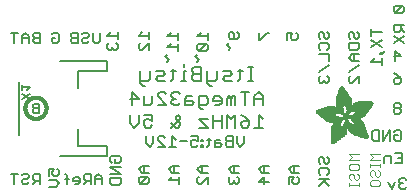
<source format=gbr>
G04 EAGLE Gerber RS-274X export*
G75*
%MOMM*%
%FSLAX34Y34*%
%LPD*%
%INSilkscreen Bottom*%
%IPPOS*%
%AMOC8*
5,1,8,0,0,1.08239X$1,22.5*%
G01*
%ADD10C,0.203200*%
%ADD11C,0.177800*%
%ADD12C,0.127000*%
%ADD13C,0.101600*%
%ADD14C,0.152400*%
%ADD15R,0.068600X0.007600*%
%ADD16R,0.114300X0.007600*%
%ADD17R,0.152400X0.007700*%
%ADD18R,0.182900X0.007600*%
%ADD19R,0.205700X0.007600*%
%ADD20R,0.228600X0.007600*%
%ADD21R,0.259100X0.007600*%
%ADD22R,0.274300X0.007700*%
%ADD23R,0.289500X0.007600*%
%ADD24R,0.304800X0.007600*%
%ADD25R,0.320100X0.007600*%
%ADD26R,0.342900X0.007600*%
%ADD27R,0.350500X0.007700*%
%ADD28R,0.365800X0.007600*%
%ADD29R,0.381000X0.007600*%
%ADD30R,0.388600X0.007600*%
%ADD31R,0.403800X0.007600*%
%ADD32R,0.419100X0.007700*%
%ADD33R,0.426700X0.007600*%
%ADD34R,0.441900X0.007600*%
%ADD35R,0.449600X0.007600*%
%ADD36R,0.464800X0.007600*%
%ADD37R,0.480000X0.007700*%
%ADD38R,0.487600X0.007600*%
%ADD39R,0.495300X0.007600*%
%ADD40R,0.510500X0.007600*%
%ADD41R,0.518100X0.007600*%
%ADD42R,0.525700X0.007700*%
%ADD43R,0.541000X0.007600*%
%ADD44R,0.548600X0.007600*%
%ADD45R,0.563800X0.007600*%
%ADD46R,0.571500X0.007600*%
%ADD47R,0.579100X0.007700*%
%ADD48R,0.594300X0.007600*%
%ADD49R,0.601900X0.007600*%
%ADD50R,0.609600X0.007600*%
%ADD51R,0.624800X0.007600*%
%ADD52R,0.632400X0.007700*%
%ADD53R,0.640000X0.007600*%
%ADD54R,0.655300X0.007600*%
%ADD55R,0.662900X0.007600*%
%ADD56R,0.678100X0.007600*%
%ADD57R,0.685800X0.007700*%
%ADD58R,0.693400X0.007600*%
%ADD59R,0.708600X0.007600*%
%ADD60R,0.716200X0.007600*%
%ADD61R,0.723900X0.007600*%
%ADD62R,0.739100X0.007700*%
%ADD63R,0.746700X0.007600*%
%ADD64R,0.754300X0.007600*%
%ADD65R,0.769600X0.007600*%
%ADD66R,0.777200X0.007600*%
%ADD67R,0.792400X0.007700*%
%ADD68R,0.800100X0.007600*%
%ADD69R,0.807700X0.007600*%
%ADD70R,0.822900X0.007600*%
%ADD71R,0.830500X0.007600*%
%ADD72R,0.838200X0.007700*%
%ADD73R,0.091500X0.007600*%
%ADD74R,0.853400X0.007600*%
%ADD75R,0.144700X0.007600*%
%ADD76R,0.861000X0.007600*%
%ADD77R,0.190500X0.007600*%
%ADD78R,0.876300X0.007600*%
%ADD79R,0.221000X0.007600*%
%ADD80R,0.883900X0.007600*%
%ADD81R,0.259000X0.007700*%
%ADD82R,0.891500X0.007700*%
%ADD83R,0.289600X0.007600*%
%ADD84R,0.906700X0.007600*%
%ADD85R,0.914400X0.007600*%
%ADD86R,0.350500X0.007600*%
%ADD87R,0.922000X0.007600*%
%ADD88R,0.937200X0.007600*%
%ADD89R,0.411400X0.007700*%
%ADD90R,0.944800X0.007700*%
%ADD91R,0.434300X0.007600*%
%ADD92R,0.952500X0.007600*%
%ADD93R,0.464900X0.007600*%
%ADD94R,0.967700X0.007600*%
%ADD95R,0.975300X0.007600*%
%ADD96R,0.518200X0.007600*%
%ADD97R,0.990600X0.007600*%
%ADD98R,0.548600X0.007700*%
%ADD99R,0.998200X0.007700*%
%ADD100R,1.005800X0.007600*%
%ADD101R,0.594400X0.007600*%
%ADD102R,1.021000X0.007600*%
%ADD103R,0.617200X0.007600*%
%ADD104R,1.028700X0.007600*%
%ADD105R,0.647700X0.007600*%
%ADD106R,1.036300X0.007600*%
%ADD107R,0.670500X0.007700*%
%ADD108R,1.051500X0.007700*%
%ADD109R,1.059100X0.007600*%
%ADD110R,0.716300X0.007600*%
%ADD111R,1.066800X0.007600*%
%ADD112R,0.739100X0.007600*%
%ADD113R,1.074400X0.007600*%
%ADD114R,0.762000X0.007600*%
%ADD115R,1.089600X0.007600*%
%ADD116R,0.784800X0.007700*%
%ADD117R,1.097200X0.007700*%
%ADD118R,1.104900X0.007600*%
%ADD119R,0.830600X0.007600*%
%ADD120R,1.112500X0.007600*%
%ADD121R,0.845800X0.007600*%
%ADD122R,1.120100X0.007600*%
%ADD123R,0.868700X0.007600*%
%ADD124R,1.127700X0.007600*%
%ADD125R,1.135300X0.007700*%
%ADD126R,1.143000X0.007600*%
%ADD127R,0.944900X0.007600*%
%ADD128R,1.150600X0.007600*%
%ADD129R,0.960100X0.007600*%
%ADD130R,1.158200X0.007600*%
%ADD131R,0.983000X0.007600*%
%ADD132R,1.165800X0.007600*%
%ADD133R,1.005900X0.007700*%
%ADD134R,1.173400X0.007700*%
%ADD135R,1.021100X0.007600*%
%ADD136R,1.181100X0.007600*%
%ADD137R,1.044000X0.007600*%
%ADD138R,1.188700X0.007600*%
%ADD139R,1.196300X0.007600*%
%ADD140R,1.082000X0.007600*%
%ADD141R,1.203900X0.007600*%
%ADD142R,1.104900X0.007700*%
%ADD143R,1.211500X0.007700*%
%ADD144R,1.211500X0.007600*%
%ADD145R,1.219200X0.007600*%
%ADD146R,1.226800X0.007600*%
%ADD147R,1.234400X0.007600*%
%ADD148R,1.188700X0.007700*%
%ADD149R,1.242000X0.007700*%
%ADD150R,1.242000X0.007600*%
%ADD151R,1.211600X0.007600*%
%ADD152R,1.249600X0.007600*%
%ADD153R,1.257300X0.007600*%
%ADD154R,1.264900X0.007600*%
%ADD155R,1.242100X0.007700*%
%ADD156R,1.264900X0.007700*%
%ADD157R,1.272500X0.007600*%
%ADD158R,1.265000X0.007600*%
%ADD159R,1.280100X0.007600*%
%ADD160R,1.272600X0.007600*%
%ADD161R,1.287700X0.007600*%
%ADD162R,1.287800X0.007600*%
%ADD163R,1.295400X0.007700*%
%ADD164R,1.303000X0.007600*%
%ADD165R,1.318200X0.007600*%
%ADD166R,1.310600X0.007600*%
%ADD167R,1.325900X0.007600*%
%ADD168R,1.341100X0.007700*%
%ADD169R,1.318200X0.007700*%
%ADD170R,1.341100X0.007600*%
%ADD171R,1.325800X0.007600*%
%ADD172R,1.348700X0.007600*%
%ADD173R,1.364000X0.007600*%
%ADD174R,1.333500X0.007600*%
%ADD175R,1.371600X0.007700*%
%ADD176R,1.379200X0.007600*%
%ADD177R,1.379300X0.007600*%
%ADD178R,1.386900X0.007600*%
%ADD179R,1.394500X0.007600*%
%ADD180R,1.356300X0.007600*%
%ADD181R,1.394400X0.007700*%
%ADD182R,1.356300X0.007700*%
%ADD183R,1.402000X0.007600*%
%ADD184R,1.409700X0.007600*%
%ADD185R,1.363900X0.007600*%
%ADD186R,1.417300X0.007600*%
%ADD187R,1.371600X0.007600*%
%ADD188R,1.424900X0.007700*%
%ADD189R,1.424900X0.007600*%
%ADD190R,1.432600X0.007600*%
%ADD191R,1.440200X0.007600*%
%ADD192R,1.386800X0.007600*%
%ADD193R,1.447800X0.007700*%
%ADD194R,1.386800X0.007700*%
%ADD195R,1.447800X0.007600*%
%ADD196R,1.455500X0.007600*%
%ADD197R,1.394400X0.007600*%
%ADD198R,1.463100X0.007600*%
%ADD199R,1.455400X0.007700*%
%ADD200R,1.463000X0.007600*%
%ADD201R,1.470600X0.007600*%
%ADD202R,1.470600X0.007700*%
%ADD203R,1.409700X0.007700*%
%ADD204R,1.470700X0.007600*%
%ADD205R,1.402100X0.007600*%
%ADD206R,1.478300X0.007600*%
%ADD207R,1.478300X0.007700*%
%ADD208R,1.402100X0.007700*%
%ADD209R,1.485900X0.007600*%
%ADD210R,1.485900X0.007700*%
%ADD211R,1.493500X0.007700*%
%ADD212R,1.493500X0.007600*%
%ADD213R,1.394500X0.007700*%
%ADD214R,1.493600X0.007700*%
%ADD215R,1.386900X0.007700*%
%ADD216R,1.379200X0.007700*%
%ADD217R,2.857500X0.007700*%
%ADD218R,2.857500X0.007600*%
%ADD219R,2.849900X0.007600*%
%ADD220R,2.842300X0.007600*%
%ADD221R,2.834700X0.007700*%
%ADD222R,2.827000X0.007600*%
%ADD223R,2.819400X0.007600*%
%ADD224R,2.811800X0.007600*%
%ADD225R,2.811800X0.007700*%
%ADD226R,2.804100X0.007600*%
%ADD227R,2.796500X0.007600*%
%ADD228R,1.966000X0.007600*%
%ADD229R,1.943100X0.007600*%
%ADD230R,0.754400X0.007600*%
%ADD231R,1.927900X0.007700*%
%ADD232R,0.746700X0.007700*%
%ADD233R,1.912600X0.007600*%
%ADD234R,0.731500X0.007600*%
%ADD235R,1.905000X0.007600*%
%ADD236R,1.882200X0.007600*%
%ADD237R,1.874600X0.007600*%
%ADD238R,1.866900X0.007700*%
%ADD239R,0.708700X0.007700*%
%ADD240R,1.851600X0.007600*%
%ADD241R,0.701100X0.007600*%
%ADD242R,1.844000X0.007600*%
%ADD243R,1.836400X0.007600*%
%ADD244R,1.821200X0.007600*%
%ADD245R,0.685800X0.007600*%
%ADD246R,1.813500X0.007700*%
%ADD247R,1.805900X0.007600*%
%ADD248R,0.678200X0.007600*%
%ADD249R,1.790700X0.007600*%
%ADD250R,0.670600X0.007600*%
%ADD251R,1.775500X0.007600*%
%ADD252R,1.767900X0.007700*%
%ADD253R,0.663000X0.007700*%
%ADD254R,1.760200X0.007600*%
%ADD255R,1.752600X0.007600*%
%ADD256R,0.937300X0.007600*%
%ADD257R,0.792500X0.007600*%
%ADD258R,0.899100X0.007600*%
%ADD259R,0.883900X0.007700*%
%ADD260R,0.716300X0.007700*%
%ADD261R,0.647700X0.007700*%
%ADD262R,0.640100X0.007600*%
%ADD263R,0.632500X0.007600*%
%ADD264R,0.655400X0.007600*%
%ADD265R,0.632400X0.007600*%
%ADD266R,0.845800X0.007700*%
%ADD267R,0.617200X0.007700*%
%ADD268R,0.624800X0.007700*%
%ADD269R,0.602000X0.007600*%
%ADD270R,0.838200X0.007600*%
%ADD271R,0.586700X0.007600*%
%ADD272R,0.548700X0.007600*%
%ADD273R,0.830500X0.007700*%
%ADD274R,0.541000X0.007700*%
%ADD275R,0.594300X0.007700*%
%ADD276R,0.525800X0.007600*%
%ADD277R,0.586800X0.007600*%
%ADD278R,0.815300X0.007600*%
%ADD279R,0.579200X0.007600*%
%ADD280R,0.815400X0.007600*%
%ADD281R,0.815400X0.007700*%
%ADD282R,0.571500X0.007700*%
%ADD283R,0.807800X0.007600*%
%ADD284R,0.563900X0.007600*%
%ADD285R,0.457200X0.007600*%
%ADD286R,0.442000X0.007600*%
%ADD287R,0.556300X0.007600*%
%ADD288R,0.807700X0.007700*%
%ADD289R,0.411500X0.007600*%
%ADD290R,0.533400X0.007600*%
%ADD291R,0.076200X0.007600*%
%ADD292R,0.403900X0.007600*%
%ADD293R,0.525700X0.007600*%
%ADD294R,0.388700X0.007600*%
%ADD295R,0.297200X0.007600*%
%ADD296R,0.373400X0.007700*%
%ADD297R,0.503000X0.007700*%
%ADD298R,0.426800X0.007700*%
%ADD299R,0.358100X0.007600*%
%ADD300R,0.502900X0.007600*%
%ADD301R,0.472400X0.007600*%
%ADD302R,0.487700X0.007600*%
%ADD303R,0.335300X0.007600*%
%ADD304R,0.792500X0.007700*%
%ADD305R,0.327600X0.007700*%
%ADD306R,0.472400X0.007700*%
%ADD307R,0.640000X0.007700*%
%ADD308R,0.784800X0.007600*%
%ADD309R,0.320000X0.007600*%
%ADD310R,0.792400X0.007600*%
%ADD311R,1.173400X0.007600*%
%ADD312R,1.196400X0.007600*%
%ADD313R,0.784900X0.007600*%
%ADD314R,0.784900X0.007700*%
%ADD315R,0.297200X0.007700*%
%ADD316R,1.249700X0.007600*%
%ADD317R,0.281900X0.007600*%
%ADD318R,1.295400X0.007600*%
%ADD319R,0.266700X0.007600*%
%ADD320R,0.777300X0.007700*%
%ADD321R,0.266700X0.007700*%
%ADD322R,1.333500X0.007700*%
%ADD323R,0.777300X0.007600*%
%ADD324R,1.348800X0.007600*%
%ADD325R,0.251500X0.007600*%
%ADD326R,0.243900X0.007700*%
%ADD327R,0.243900X0.007600*%
%ADD328R,1.440100X0.007600*%
%ADD329R,0.236200X0.007600*%
%ADD330R,0.762000X0.007700*%
%ADD331R,0.236200X0.007700*%
%ADD332R,1.508700X0.007700*%
%ADD333R,1.531600X0.007600*%
%ADD334R,1.546900X0.007600*%
%ADD335R,1.569700X0.007600*%
%ADD336R,1.585000X0.007600*%
%ADD337R,0.746800X0.007700*%
%ADD338R,1.607800X0.007700*%
%ADD339R,0.243800X0.007600*%
%ADD340R,1.630700X0.007600*%
%ADD341R,1.653500X0.007600*%
%ADD342R,0.739200X0.007600*%
%ADD343R,1.684000X0.007600*%
%ADD344R,2.019300X0.007600*%
%ADD345R,0.731500X0.007700*%
%ADD346R,2.026900X0.007700*%
%ADD347R,2.049800X0.007600*%
%ADD348R,2.057400X0.007600*%
%ADD349R,0.708700X0.007600*%
%ADD350R,2.072600X0.007600*%
%ADD351R,0.701000X0.007600*%
%ADD352R,2.095500X0.007600*%
%ADD353R,0.693500X0.007700*%
%ADD354R,2.110800X0.007700*%
%ADD355R,2.141200X0.007600*%
%ADD356R,0.060900X0.007600*%
%ADD357R,2.872700X0.007600*%
%ADD358R,3.124200X0.007600*%
%ADD359R,3.177600X0.007600*%
%ADD360R,3.215600X0.007700*%
%ADD361R,3.253700X0.007600*%
%ADD362R,3.284300X0.007600*%
%ADD363R,3.314700X0.007600*%
%ADD364R,3.352800X0.007600*%
%ADD365R,3.375600X0.007700*%
%ADD366R,3.406200X0.007600*%
%ADD367R,3.429000X0.007600*%
%ADD368R,3.451800X0.007600*%
%ADD369R,3.482400X0.007600*%
%ADD370R,1.828800X0.007700*%
%ADD371R,1.539300X0.007700*%
%ADD372R,1.767900X0.007600*%
%ADD373R,1.767800X0.007600*%
%ADD374R,1.760200X0.007700*%
%ADD375R,1.760300X0.007600*%
%ADD376R,1.775400X0.007700*%
%ADD377R,1.379300X0.007700*%
%ADD378R,1.783000X0.007600*%
%ADD379R,1.813500X0.007600*%
%ADD380R,1.821100X0.007700*%
%ADD381R,0.503000X0.007600*%
%ADD382R,1.135400X0.007600*%
%ADD383R,1.127700X0.007700*%
%ADD384R,0.487700X0.007700*%
%ADD385R,1.120200X0.007600*%
%ADD386R,1.097300X0.007600*%
%ADD387R,0.510600X0.007600*%
%ADD388R,1.074400X0.007700*%
%ADD389R,0.525800X0.007700*%
%ADD390R,1.440200X0.007700*%
%ADD391R,1.059200X0.007600*%
%ADD392R,1.051600X0.007600*%
%ADD393R,1.051500X0.007600*%
%ADD394R,1.043900X0.007700*%
%ADD395R,0.602000X0.007700*%
%ADD396R,1.524000X0.007600*%
%ADD397R,1.539300X0.007600*%
%ADD398R,1.592600X0.007600*%
%ADD399R,1.021100X0.007700*%
%ADD400R,1.615400X0.007700*%
%ADD401R,1.013400X0.007600*%
%ADD402R,1.653600X0.007600*%
%ADD403R,1.013500X0.007600*%
%ADD404R,1.699300X0.007600*%
%ADD405R,2.743200X0.007600*%
%ADD406R,1.005900X0.007600*%
%ADD407R,2.415500X0.007600*%
%ADD408R,1.005800X0.007700*%
%ADD409R,0.281900X0.007700*%
%ADD410R,2.408000X0.007700*%
%ADD411R,2.407900X0.007600*%
%ADD412R,0.998200X0.007600*%
%ADD413R,0.282000X0.007600*%
%ADD414R,0.998300X0.007600*%
%ADD415R,2.400300X0.007600*%
%ADD416R,0.289500X0.007700*%
%ADD417R,2.400300X0.007700*%
%ADD418R,0.297100X0.007600*%
%ADD419R,0.312400X0.007600*%
%ADD420R,2.392700X0.007600*%
%ADD421R,0.990600X0.007700*%
%ADD422R,0.327700X0.007700*%
%ADD423R,2.392700X0.007700*%
%ADD424R,2.385100X0.007600*%
%ADD425R,0.381000X0.007700*%
%ADD426R,2.377400X0.007700*%
%ADD427R,2.377400X0.007600*%
%ADD428R,2.369800X0.007600*%
%ADD429R,0.419100X0.007600*%
%ADD430R,2.362200X0.007600*%
%ADD431R,0.426800X0.007600*%
%ADD432R,1.036300X0.007700*%
%ADD433R,0.442000X0.007700*%
%ADD434R,2.354600X0.007700*%
%ADD435R,2.354600X0.007600*%
%ADD436R,0.480100X0.007600*%
%ADD437R,2.347000X0.007600*%
%ADD438R,1.074500X0.007600*%
%ADD439R,2.339400X0.007600*%
%ADD440R,1.082100X0.007700*%
%ADD441R,0.548700X0.007700*%
%ADD442R,2.331800X0.007700*%
%ADD443R,2.331800X0.007600*%
%ADD444R,0.624900X0.007600*%
%ADD445R,2.324100X0.007600*%
%ADD446R,1.859300X0.007600*%
%ADD447R,2.308800X0.007600*%
%ADD448R,2.301200X0.007700*%
%ADD449R,2.301200X0.007600*%
%ADD450R,2.293600X0.007600*%
%ADD451R,2.278400X0.007600*%
%ADD452R,1.889800X0.007600*%
%ADD453R,2.270700X0.007600*%
%ADD454R,1.897400X0.007700*%
%ADD455R,2.255500X0.007700*%
%ADD456R,1.897400X0.007600*%
%ADD457R,2.247900X0.007600*%
%ADD458R,2.232600X0.007600*%
%ADD459R,1.912700X0.007600*%
%ADD460R,2.209800X0.007600*%
%ADD461R,1.920300X0.007600*%
%ADD462R,2.186900X0.007600*%
%ADD463R,1.920300X0.007700*%
%ADD464R,2.171700X0.007700*%
%ADD465R,1.935500X0.007600*%
%ADD466R,2.148800X0.007600*%
%ADD467R,2.126000X0.007600*%
%ADD468R,1.950700X0.007600*%
%ADD469R,1.958400X0.007700*%
%ADD470R,2.042200X0.007700*%
%ADD471R,1.973600X0.007600*%
%ADD472R,1.996500X0.007600*%
%ADD473R,1.981200X0.007600*%
%ADD474R,1.988800X0.007600*%
%ADD475R,1.996400X0.007700*%
%ADD476R,1.996400X0.007600*%
%ADD477R,2.004100X0.007600*%
%ADD478R,1.874500X0.007600*%
%ADD479R,1.425000X0.007600*%
%ADD480R,2.026900X0.007600*%
%ADD481R,0.434400X0.007700*%
%ADD482R,1.364000X0.007700*%
%ADD483R,2.034500X0.007600*%
%ADD484R,0.434400X0.007600*%
%ADD485R,2.049700X0.007600*%
%ADD486R,2.065000X0.007700*%
%ADD487R,0.464800X0.007700*%
%ADD488R,1.196300X0.007700*%
%ADD489R,2.080300X0.007600*%
%ADD490R,1.158300X0.007600*%
%ADD491R,2.087900X0.007600*%
%ADD492R,0.472500X0.007600*%
%ADD493R,2.103100X0.007600*%
%ADD494R,2.118400X0.007600*%
%ADD495R,2.133600X0.007600*%
%ADD496R,2.148800X0.007700*%
%ADD497R,2.164000X0.007600*%
%ADD498R,2.171700X0.007600*%
%ADD499R,2.187000X0.007600*%
%ADD500R,0.556200X0.007600*%
%ADD501R,2.202200X0.007700*%
%ADD502R,0.556200X0.007700*%
%ADD503R,0.640100X0.007700*%
%ADD504R,0.579100X0.007600*%
%ADD505R,0.480000X0.007600*%
%ADD506R,1.752600X0.007700*%
%ADD507R,0.487600X0.007700*%
%ADD508R,0.594400X0.007700*%
%ADD509R,0.358100X0.007700*%
%ADD510R,0.099000X0.007600*%
%ADD511R,1.280200X0.007600*%
%ADD512R,1.745000X0.007600*%
%ADD513R,1.744900X0.007600*%
%ADD514R,1.737300X0.007700*%
%ADD515R,1.737400X0.007600*%
%ADD516R,1.729800X0.007600*%
%ADD517R,1.722200X0.007600*%
%ADD518R,1.722100X0.007600*%
%ADD519R,1.714500X0.007700*%
%ADD520R,1.356400X0.007700*%
%ADD521R,1.706900X0.007600*%
%ADD522R,1.356400X0.007600*%
%ADD523R,1.691700X0.007600*%
%ADD524R,1.668800X0.007700*%
%ADD525R,1.645900X0.007600*%
%ADD526R,1.623100X0.007600*%
%ADD527R,1.577400X0.007600*%
%ADD528R,1.554400X0.007600*%
%ADD529R,1.539200X0.007600*%
%ADD530R,1.524000X0.007700*%
%ADD531R,1.501100X0.007600*%
%ADD532R,1.455400X0.007600*%
%ADD533R,1.348800X0.007700*%
%ADD534R,1.318300X0.007600*%
%ADD535R,1.310600X0.007700*%
%ADD536R,1.287800X0.007700*%
%ADD537R,1.234500X0.007600*%
%ADD538R,1.226900X0.007600*%
%ADD539R,1.173500X0.007700*%
%ADD540R,1.173500X0.007600*%
%ADD541R,1.165900X0.007600*%
%ADD542R,1.143000X0.007700*%
%ADD543R,1.127800X0.007600*%
%ADD544R,1.097200X0.007600*%
%ADD545R,1.028700X0.007700*%
%ADD546R,0.982900X0.007600*%
%ADD547R,0.952500X0.007700*%
%ADD548R,0.929600X0.007600*%
%ADD549R,0.906800X0.007700*%
%ADD550R,0.906800X0.007600*%
%ADD551R,0.899200X0.007600*%
%ADD552R,0.884000X0.007600*%
%ADD553R,0.876300X0.007700*%
%ADD554R,0.830600X0.007700*%
%ADD555R,0.754400X0.007700*%
%ADD556R,0.746800X0.007600*%
%ADD557R,0.708600X0.007700*%
%ADD558R,0.678200X0.007700*%
%ADD559R,0.663000X0.007600*%
%ADD560R,0.632500X0.007700*%
%ADD561R,0.556300X0.007700*%
%ADD562R,0.518200X0.007700*%
%ADD563R,0.434300X0.007700*%
%ADD564R,0.396300X0.007700*%
%ADD565R,0.373300X0.007600*%
%ADD566R,0.365700X0.007600*%
%ADD567R,0.327700X0.007600*%
%ADD568R,0.304800X0.007700*%
%ADD569R,0.274300X0.007600*%
%ADD570R,0.243800X0.007700*%
%ADD571R,0.205800X0.007600*%
%ADD572R,0.152400X0.007600*%
%ADD573R,0.121900X0.007700*%
%ADD574C,0.304800*%


D10*
X206670Y112014D02*
X202603Y112014D01*
X204636Y112014D02*
X204636Y124216D01*
X202603Y124216D02*
X206670Y124216D01*
X195905Y122183D02*
X195905Y114048D01*
X193871Y112014D01*
X193871Y120149D02*
X197939Y120149D01*
X189207Y112014D02*
X183106Y112014D01*
X181072Y114048D01*
X183106Y116081D01*
X187173Y116081D01*
X189207Y118115D01*
X187173Y120149D01*
X181072Y120149D01*
X176110Y120149D02*
X176110Y114048D01*
X174076Y112014D01*
X167975Y112014D01*
X167975Y109980D02*
X167975Y120149D01*
X167975Y109980D02*
X170009Y107947D01*
X172042Y107947D01*
X163013Y112014D02*
X163013Y124216D01*
X156912Y124216D01*
X154878Y122183D01*
X154878Y120149D01*
X156912Y118115D01*
X154878Y116081D01*
X154878Y114048D01*
X156912Y112014D01*
X163013Y112014D01*
X163013Y118115D02*
X156912Y118115D01*
X149915Y120149D02*
X147882Y120149D01*
X147882Y112014D01*
X149915Y112014D02*
X145848Y112014D01*
X147882Y124216D02*
X147882Y126250D01*
X139150Y122183D02*
X139150Y114048D01*
X137116Y112014D01*
X137116Y120149D02*
X141184Y120149D01*
X132452Y112014D02*
X126351Y112014D01*
X124318Y114048D01*
X126351Y116081D01*
X130419Y116081D01*
X132452Y118115D01*
X130419Y120149D01*
X124318Y120149D01*
X119355Y120149D02*
X119355Y114048D01*
X117321Y112014D01*
X111220Y112014D01*
X111220Y109980D02*
X111220Y120149D01*
X111220Y109980D02*
X113254Y107947D01*
X115288Y107947D01*
D11*
X215061Y98982D02*
X215061Y91694D01*
X215061Y98982D02*
X211417Y102625D01*
X207773Y98982D01*
X207773Y91694D01*
X207773Y97160D02*
X215061Y97160D01*
X199723Y91694D02*
X199723Y102625D01*
X203367Y102625D02*
X196079Y102625D01*
X191673Y98982D02*
X191673Y91694D01*
X191673Y98982D02*
X189851Y98982D01*
X188029Y97160D01*
X188029Y91694D01*
X188029Y97160D02*
X186207Y98982D01*
X184386Y97160D01*
X184386Y91694D01*
X178157Y91694D02*
X174513Y91694D01*
X178157Y91694D02*
X179979Y93516D01*
X179979Y97160D01*
X178157Y98982D01*
X174513Y98982D01*
X172692Y97160D01*
X172692Y95338D01*
X179979Y95338D01*
X164641Y88050D02*
X162819Y88050D01*
X160998Y89872D01*
X160998Y98982D01*
X166463Y98982D01*
X168285Y97160D01*
X168285Y93516D01*
X166463Y91694D01*
X160998Y91694D01*
X154769Y98982D02*
X151125Y98982D01*
X149304Y97160D01*
X149304Y91694D01*
X154769Y91694D01*
X156591Y93516D01*
X154769Y95338D01*
X149304Y95338D01*
X144897Y100803D02*
X143075Y102625D01*
X139432Y102625D01*
X137610Y100803D01*
X137610Y98982D01*
X139432Y97160D01*
X141253Y97160D01*
X139432Y97160D02*
X137610Y95338D01*
X137610Y93516D01*
X139432Y91694D01*
X143075Y91694D01*
X144897Y93516D01*
X133203Y91694D02*
X125916Y91694D01*
X133203Y91694D02*
X125916Y98982D01*
X125916Y100803D01*
X127738Y102625D01*
X131381Y102625D01*
X133203Y100803D01*
X121509Y98982D02*
X121509Y93516D01*
X119687Y91694D01*
X114222Y91694D01*
X114222Y98982D01*
X104350Y102625D02*
X104350Y91694D01*
X109815Y97160D02*
X104350Y102625D01*
X102528Y97160D02*
X109815Y97160D01*
X211417Y83575D02*
X215061Y79932D01*
X211417Y83575D02*
X211417Y72644D01*
X215061Y72644D02*
X207773Y72644D01*
X199723Y81753D02*
X196079Y83575D01*
X199723Y81753D02*
X203367Y78110D01*
X203367Y74466D01*
X201545Y72644D01*
X197901Y72644D01*
X196079Y74466D01*
X196079Y76288D01*
X197901Y78110D01*
X203367Y78110D01*
X191673Y83575D02*
X191673Y72644D01*
X188029Y79932D02*
X191673Y83575D01*
X188029Y79932D02*
X184386Y83575D01*
X184386Y72644D01*
X179979Y72644D02*
X179979Y83575D01*
X179979Y78110D02*
X172692Y78110D01*
X172692Y83575D02*
X172692Y72644D01*
X168285Y79932D02*
X160998Y79932D01*
X168285Y72644D01*
X160998Y72644D01*
X141253Y72644D02*
X137610Y76288D01*
X141253Y72644D02*
X143075Y72644D01*
X144897Y74466D01*
X144897Y76288D01*
X141253Y79932D01*
X141253Y81753D01*
X143075Y83575D01*
X144897Y81753D01*
X144897Y79932D01*
X137610Y72644D01*
X121509Y83575D02*
X114222Y83575D01*
X121509Y83575D02*
X121509Y78110D01*
X117865Y79932D01*
X116044Y79932D01*
X114222Y78110D01*
X114222Y74466D01*
X116044Y72644D01*
X119687Y72644D01*
X121509Y74466D01*
X109815Y76288D02*
X109815Y83575D01*
X109815Y76288D02*
X106172Y72644D01*
X102528Y76288D01*
X102528Y83575D01*
D12*
X76898Y145628D02*
X76898Y153043D01*
X76898Y145628D02*
X75415Y144145D01*
X72449Y144145D01*
X70966Y145628D01*
X70966Y153043D01*
X63094Y153043D02*
X61611Y151560D01*
X63094Y153043D02*
X66060Y153043D01*
X67543Y151560D01*
X67543Y150077D01*
X66060Y148594D01*
X63094Y148594D01*
X61611Y147111D01*
X61611Y145628D01*
X63094Y144145D01*
X66060Y144145D01*
X67543Y145628D01*
X58187Y144145D02*
X58187Y153043D01*
X53739Y153043D01*
X52256Y151560D01*
X52256Y150077D01*
X53739Y148594D01*
X52256Y147111D01*
X52256Y145628D01*
X53739Y144145D01*
X58187Y144145D01*
X58187Y148594D02*
X53739Y148594D01*
X83177Y150534D02*
X86143Y153500D01*
X83177Y150534D02*
X92075Y150534D01*
X92075Y153500D02*
X92075Y147568D01*
X84660Y144145D02*
X83177Y142662D01*
X83177Y139696D01*
X84660Y138213D01*
X86143Y138213D01*
X87626Y139696D01*
X87626Y141179D01*
X87626Y139696D02*
X89109Y138213D01*
X90592Y138213D01*
X92075Y139696D01*
X92075Y142662D01*
X90592Y144145D01*
X325771Y118753D02*
X328737Y117270D01*
X331703Y114304D01*
X331703Y111338D01*
X330220Y109855D01*
X327254Y109855D01*
X325771Y111338D01*
X325771Y112821D01*
X327254Y114304D01*
X331703Y114304D01*
X136943Y153098D02*
X133977Y150132D01*
X142875Y150132D01*
X142875Y153098D02*
X142875Y147166D01*
X136943Y143743D02*
X133977Y140777D01*
X142875Y140777D01*
X142875Y143743D02*
X142875Y137811D01*
X133977Y134387D02*
X132494Y132905D01*
X135460Y129939D01*
X133977Y128456D01*
X159377Y150132D02*
X162343Y153098D01*
X159377Y150132D02*
X168275Y150132D01*
X168275Y153098D02*
X168275Y147166D01*
X166792Y143743D02*
X160860Y143743D01*
X159377Y142260D01*
X159377Y139294D01*
X160860Y137811D01*
X166792Y137811D01*
X168275Y139294D01*
X168275Y142260D01*
X166792Y143743D01*
X160860Y137811D01*
X159377Y134387D02*
X157894Y132905D01*
X160860Y129939D01*
X159377Y128456D01*
X193462Y153500D02*
X194945Y152017D01*
X194945Y149051D01*
X193462Y147568D01*
X187530Y147568D01*
X186047Y149051D01*
X186047Y152017D01*
X187530Y153500D01*
X189013Y153500D01*
X190496Y152017D01*
X190496Y147568D01*
X186047Y144145D02*
X184564Y142662D01*
X187530Y139696D01*
X186047Y138213D01*
X262247Y149114D02*
X263730Y147631D01*
X262247Y149114D02*
X262247Y152080D01*
X263730Y153563D01*
X265213Y153563D01*
X266696Y152080D01*
X266696Y149114D01*
X268179Y147631D01*
X269662Y147631D01*
X271145Y149114D01*
X271145Y152080D01*
X269662Y153563D01*
X262247Y139759D02*
X263730Y138276D01*
X262247Y139759D02*
X262247Y142725D01*
X263730Y144208D01*
X269662Y144208D01*
X271145Y142725D01*
X271145Y139759D01*
X269662Y138276D01*
X271145Y134853D02*
X262247Y134853D01*
X271145Y134853D02*
X271145Y128921D01*
X271145Y125497D02*
X262247Y119566D01*
X263730Y116142D02*
X262247Y114659D01*
X262247Y111693D01*
X263730Y110211D01*
X265213Y110211D01*
X266696Y111693D01*
X266696Y113176D01*
X266696Y111693D02*
X268179Y110211D01*
X269662Y110211D01*
X271145Y111693D01*
X271145Y114659D01*
X269662Y116142D01*
X289130Y147631D02*
X287647Y149114D01*
X287647Y152080D01*
X289130Y153563D01*
X290613Y153563D01*
X292096Y152080D01*
X292096Y149114D01*
X293579Y147631D01*
X295062Y147631D01*
X296545Y149114D01*
X296545Y152080D01*
X295062Y153563D01*
X296545Y144208D02*
X287647Y144208D01*
X296545Y144208D02*
X296545Y139759D01*
X295062Y138276D01*
X289130Y138276D01*
X287647Y139759D01*
X287647Y144208D01*
X290613Y134853D02*
X296545Y134853D01*
X290613Y134853D02*
X287647Y131887D01*
X290613Y128921D01*
X296545Y128921D01*
X292096Y128921D02*
X292096Y134853D01*
X296545Y125497D02*
X287647Y119566D01*
X296545Y116142D02*
X296545Y110211D01*
X296545Y116142D02*
X290613Y110211D01*
X289130Y110211D01*
X287647Y111693D01*
X287647Y114659D01*
X289130Y116142D01*
X330220Y93353D02*
X331703Y91870D01*
X330220Y93353D02*
X327254Y93353D01*
X325771Y91870D01*
X325771Y90387D01*
X327254Y88904D01*
X325771Y87421D01*
X325771Y85938D01*
X327254Y84455D01*
X330220Y84455D01*
X331703Y85938D01*
X331703Y87421D01*
X330220Y88904D01*
X331703Y90387D01*
X331703Y91870D01*
X330220Y88904D02*
X327254Y88904D01*
X26098Y144145D02*
X26098Y153043D01*
X21649Y153043D01*
X20166Y151560D01*
X20166Y150077D01*
X21649Y148594D01*
X20166Y147111D01*
X20166Y145628D01*
X21649Y144145D01*
X26098Y144145D01*
X26098Y148594D02*
X21649Y148594D01*
X16743Y150077D02*
X16743Y144145D01*
X16743Y150077D02*
X13777Y153043D01*
X10811Y150077D01*
X10811Y144145D01*
X10811Y148594D02*
X16743Y148594D01*
X4422Y144145D02*
X4422Y153043D01*
X7387Y153043D02*
X1456Y153043D01*
X109847Y150534D02*
X112813Y153500D01*
X109847Y150534D02*
X118745Y150534D01*
X118745Y153500D02*
X118745Y147568D01*
X118745Y144145D02*
X118745Y138213D01*
X118745Y144145D02*
X112813Y138213D01*
X111330Y138213D01*
X109847Y139696D01*
X109847Y142662D01*
X111330Y144145D01*
X327254Y137803D02*
X327254Y128905D01*
X331703Y133354D02*
X327254Y137803D01*
X325771Y133354D02*
X331703Y133354D01*
X332570Y51443D02*
X326638Y51443D01*
X332570Y51443D02*
X332570Y42545D01*
X326638Y42545D01*
X329604Y46994D02*
X332570Y46994D01*
X323215Y48477D02*
X323215Y42545D01*
X323215Y48477D02*
X318766Y48477D01*
X317283Y46994D01*
X317283Y42545D01*
X26098Y33663D02*
X26098Y24765D01*
X26098Y33663D02*
X21649Y33663D01*
X20166Y32180D01*
X20166Y29214D01*
X21649Y27731D01*
X26098Y27731D01*
X23132Y27731D02*
X20166Y24765D01*
X12294Y33663D02*
X10811Y32180D01*
X12294Y33663D02*
X15260Y33663D01*
X16743Y32180D01*
X16743Y30697D01*
X15260Y29214D01*
X12294Y29214D01*
X10811Y27731D01*
X10811Y26248D01*
X12294Y24765D01*
X15260Y24765D01*
X16743Y26248D01*
X4422Y24765D02*
X4422Y33663D01*
X7387Y33663D02*
X1456Y33663D01*
X78746Y30697D02*
X78746Y24765D01*
X78746Y30697D02*
X75780Y33663D01*
X72814Y30697D01*
X72814Y24765D01*
X72814Y29214D02*
X78746Y29214D01*
X69391Y24765D02*
X69391Y33663D01*
X64942Y33663D01*
X63459Y32180D01*
X63459Y29214D01*
X64942Y27731D01*
X69391Y27731D01*
X66425Y27731D02*
X63459Y24765D01*
X58553Y24765D02*
X55587Y24765D01*
X58553Y24765D02*
X60036Y26248D01*
X60036Y29214D01*
X58553Y30697D01*
X55587Y30697D01*
X54104Y29214D01*
X54104Y27731D01*
X60036Y27731D01*
X49198Y24765D02*
X49198Y32180D01*
X47715Y33663D01*
X47715Y29214D02*
X50681Y29214D01*
X33647Y31998D02*
X33647Y37930D01*
X38096Y37930D01*
X36613Y34964D01*
X36613Y33481D01*
X38096Y31998D01*
X41062Y31998D01*
X42545Y33481D01*
X42545Y36447D01*
X41062Y37930D01*
X39579Y28575D02*
X33647Y28575D01*
X39579Y28575D02*
X42545Y25609D01*
X39579Y22643D01*
X33647Y22643D01*
X239813Y40470D02*
X245745Y40470D01*
X239813Y40470D02*
X236847Y37504D01*
X239813Y34538D01*
X245745Y34538D01*
X241296Y34538D02*
X241296Y40470D01*
X236847Y31115D02*
X236847Y25183D01*
X236847Y31115D02*
X241296Y31115D01*
X239813Y28149D01*
X239813Y26666D01*
X241296Y25183D01*
X244262Y25183D01*
X245745Y26666D01*
X245745Y29632D01*
X244262Y31115D01*
X220345Y40470D02*
X214413Y40470D01*
X211447Y37504D01*
X214413Y34538D01*
X220345Y34538D01*
X215896Y34538D02*
X215896Y40470D01*
X220345Y26666D02*
X211447Y26666D01*
X215896Y31115D01*
X215896Y25183D01*
X194945Y40470D02*
X189013Y40470D01*
X186047Y37504D01*
X189013Y34538D01*
X194945Y34538D01*
X190496Y34538D02*
X190496Y40470D01*
X187530Y31115D02*
X186047Y29632D01*
X186047Y26666D01*
X187530Y25183D01*
X189013Y25183D01*
X190496Y26666D01*
X190496Y28149D01*
X190496Y26666D02*
X191979Y25183D01*
X193462Y25183D01*
X194945Y26666D01*
X194945Y29632D01*
X193462Y31115D01*
X168275Y40470D02*
X162343Y40470D01*
X159377Y37504D01*
X162343Y34538D01*
X168275Y34538D01*
X163826Y34538D02*
X163826Y40470D01*
X168275Y31115D02*
X168275Y25183D01*
X168275Y31115D02*
X162343Y25183D01*
X160860Y25183D01*
X159377Y26666D01*
X159377Y29632D01*
X160860Y31115D01*
X144145Y40470D02*
X138213Y40470D01*
X135247Y37504D01*
X138213Y34538D01*
X144145Y34538D01*
X139696Y34538D02*
X139696Y40470D01*
X138213Y31115D02*
X135247Y28149D01*
X144145Y28149D01*
X144145Y31115D02*
X144145Y25183D01*
X118745Y40470D02*
X112813Y40470D01*
X109847Y37504D01*
X112813Y34538D01*
X118745Y34538D01*
X114296Y34538D02*
X114296Y40470D01*
X117262Y31115D02*
X111330Y31115D01*
X109847Y29632D01*
X109847Y26666D01*
X111330Y25183D01*
X117262Y25183D01*
X118745Y26666D01*
X118745Y29632D01*
X117262Y31115D01*
X111330Y25183D01*
X262247Y43239D02*
X263730Y41756D01*
X262247Y43239D02*
X262247Y46205D01*
X263730Y47688D01*
X265213Y47688D01*
X266696Y46205D01*
X266696Y43239D01*
X268179Y41756D01*
X269662Y41756D01*
X271145Y43239D01*
X271145Y46205D01*
X269662Y47688D01*
X262247Y33884D02*
X263730Y32401D01*
X262247Y33884D02*
X262247Y36850D01*
X263730Y38333D01*
X269662Y38333D01*
X271145Y36850D01*
X271145Y33884D01*
X269662Y32401D01*
X271145Y28977D02*
X262247Y28977D01*
X262247Y23046D02*
X268179Y28977D01*
X266696Y27495D02*
X271145Y23046D01*
D13*
X288156Y50059D02*
X296037Y50059D01*
X290783Y47432D02*
X288156Y50059D01*
X290783Y47432D02*
X288156Y44805D01*
X296037Y44805D01*
X288156Y40560D02*
X288156Y37933D01*
X288156Y40560D02*
X289470Y41874D01*
X294724Y41874D01*
X296037Y40560D01*
X296037Y37933D01*
X294724Y36620D01*
X289470Y36620D01*
X288156Y37933D01*
X288156Y29747D02*
X289470Y28434D01*
X288156Y29747D02*
X288156Y32374D01*
X289470Y33688D01*
X290783Y33688D01*
X292097Y32374D01*
X292097Y29747D01*
X293410Y28434D01*
X294724Y28434D01*
X296037Y29747D01*
X296037Y32374D01*
X294724Y33688D01*
X296037Y25502D02*
X296037Y22875D01*
X296037Y24189D02*
X288156Y24189D01*
X288156Y25502D02*
X288156Y22875D01*
X305936Y50059D02*
X313817Y50059D01*
X308563Y47432D02*
X305936Y50059D01*
X308563Y47432D02*
X305936Y44805D01*
X313817Y44805D01*
X313817Y41874D02*
X313817Y39247D01*
X313817Y40560D02*
X305936Y40560D01*
X305936Y39247D02*
X305936Y41874D01*
X305936Y32476D02*
X307250Y31163D01*
X305936Y32476D02*
X305936Y35103D01*
X307250Y36416D01*
X308563Y36416D01*
X309877Y35103D01*
X309877Y32476D01*
X311190Y31163D01*
X312504Y31163D01*
X313817Y32476D01*
X313817Y35103D01*
X312504Y36416D01*
X305936Y26917D02*
X305936Y24290D01*
X305936Y26917D02*
X307250Y28231D01*
X312504Y28231D01*
X313817Y26917D01*
X313817Y24290D01*
X312504Y22977D01*
X307250Y22977D01*
X305936Y24290D01*
D12*
X327238Y169947D02*
X333170Y169947D01*
X334653Y171430D01*
X334653Y174396D01*
X333170Y175879D01*
X327238Y175879D01*
X325755Y174396D01*
X325755Y171430D01*
X327238Y169947D01*
X333170Y175879D01*
X334645Y159850D02*
X325747Y159850D01*
X325747Y155401D01*
X327230Y153918D01*
X330196Y153918D01*
X331679Y155401D01*
X331679Y159850D01*
X331679Y156884D02*
X334645Y153918D01*
X334645Y144563D02*
X325747Y150495D01*
X325747Y144563D02*
X334645Y150495D01*
X315595Y153250D02*
X306697Y153250D01*
X306697Y156216D02*
X306697Y150284D01*
X306697Y146861D02*
X315595Y140929D01*
X315595Y146861D02*
X306697Y140929D01*
X315595Y134540D02*
X318561Y137506D01*
X315595Y134540D02*
X314112Y134540D01*
X314112Y136023D01*
X315595Y136023D01*
X315595Y134540D01*
X309663Y131269D02*
X306697Y128303D01*
X315595Y128303D01*
X315595Y131269D02*
X315595Y125337D01*
X87200Y43026D02*
X85717Y44509D01*
X85717Y47475D01*
X87200Y48958D01*
X93132Y48958D01*
X94615Y47475D01*
X94615Y44509D01*
X93132Y43026D01*
X90166Y43026D01*
X90166Y45992D01*
X94615Y39603D02*
X85717Y39603D01*
X94615Y33671D01*
X85717Y33671D01*
X85717Y30247D02*
X94615Y30247D01*
X94615Y25799D01*
X93132Y24316D01*
X87200Y24316D01*
X85717Y25799D01*
X85717Y30247D01*
X326236Y69010D02*
X327719Y70493D01*
X330685Y70493D01*
X332168Y69010D01*
X332168Y63078D01*
X330685Y61595D01*
X327719Y61595D01*
X326236Y63078D01*
X326236Y66044D01*
X329202Y66044D01*
X322813Y61595D02*
X322813Y70493D01*
X316881Y61595D01*
X316881Y70493D01*
X313457Y70493D02*
X313457Y61595D01*
X309009Y61595D01*
X307526Y63078D01*
X307526Y69010D01*
X309009Y70493D01*
X313457Y70493D01*
X211447Y146701D02*
X211447Y152633D01*
X211447Y146701D02*
X212930Y146701D01*
X218862Y152633D01*
X220345Y152633D01*
X235577Y153035D02*
X235577Y147103D01*
X235577Y153035D02*
X240026Y153035D01*
X238543Y150069D01*
X238543Y148586D01*
X240026Y147103D01*
X242992Y147103D01*
X244475Y148586D01*
X244475Y151552D01*
X242992Y153035D01*
X37694Y153043D02*
X36211Y151560D01*
X37694Y153043D02*
X40660Y153043D01*
X42143Y151560D01*
X42143Y145628D01*
X40660Y144145D01*
X37694Y144145D01*
X36211Y145628D01*
X36211Y148594D01*
X39177Y148594D01*
X198755Y65413D02*
X198755Y59481D01*
X195789Y56515D01*
X192823Y59481D01*
X192823Y65413D01*
X189400Y65413D02*
X189400Y56515D01*
X189400Y65413D02*
X184951Y65413D01*
X183468Y63930D01*
X183468Y62447D01*
X184951Y60964D01*
X183468Y59481D01*
X183468Y57998D01*
X184951Y56515D01*
X189400Y56515D01*
X189400Y60964D02*
X184951Y60964D01*
X178562Y62447D02*
X175596Y62447D01*
X174113Y60964D01*
X174113Y56515D01*
X178562Y56515D01*
X180045Y57998D01*
X178562Y59481D01*
X174113Y59481D01*
X169207Y57998D02*
X169207Y63930D01*
X169207Y57998D02*
X167724Y56515D01*
X167724Y62447D02*
X170689Y62447D01*
X164453Y62447D02*
X162970Y62447D01*
X162970Y60964D01*
X164453Y60964D01*
X164453Y62447D01*
X164453Y57998D02*
X162970Y57998D01*
X162970Y56515D01*
X164453Y56515D01*
X164453Y57998D01*
X159775Y65413D02*
X153843Y65413D01*
X159775Y65413D02*
X159775Y60964D01*
X156809Y62447D01*
X155326Y62447D01*
X153843Y60964D01*
X153843Y57998D01*
X155326Y56515D01*
X158292Y56515D01*
X159775Y57998D01*
X150420Y60964D02*
X144488Y60964D01*
X141065Y62447D02*
X138099Y65413D01*
X138099Y56515D01*
X141065Y56515D02*
X135133Y56515D01*
X131710Y56515D02*
X125778Y56515D01*
X131710Y56515D02*
X125778Y62447D01*
X125778Y63930D01*
X127261Y65413D01*
X130227Y65413D01*
X131710Y63930D01*
X122354Y65413D02*
X122354Y59481D01*
X119388Y56515D01*
X116423Y59481D01*
X116423Y65413D01*
X334897Y29853D02*
X336380Y28370D01*
X334897Y29853D02*
X331931Y29853D01*
X330448Y28370D01*
X330448Y26887D01*
X331931Y25404D01*
X333414Y25404D01*
X331931Y25404D02*
X330448Y23921D01*
X330448Y22438D01*
X331931Y20955D01*
X334897Y20955D01*
X336380Y22438D01*
X327025Y26887D02*
X324059Y20955D01*
X321093Y26887D01*
D10*
X8100Y66400D02*
X8100Y111400D01*
X43100Y48900D02*
X83100Y48900D01*
X83100Y57400D01*
X58100Y57400D01*
X58100Y71400D01*
X58100Y106400D02*
X58100Y120400D01*
X83100Y120400D01*
X83100Y128900D01*
X43100Y128900D01*
D14*
X17659Y96919D02*
X11049Y101325D01*
X11049Y96919D02*
X17659Y101325D01*
X15455Y104403D02*
X17659Y106606D01*
X11049Y106606D01*
X11049Y104403D02*
X11049Y108809D01*
D15*
X274472Y58420D03*
D16*
X274473Y58496D03*
D17*
X274510Y58573D03*
D18*
X274511Y58649D03*
D19*
X274473Y58725D03*
D20*
X274510Y58801D03*
D21*
X274511Y58877D03*
D22*
X274511Y58954D03*
D23*
X274511Y59030D03*
D24*
X274587Y59106D03*
D25*
X274587Y59182D03*
D26*
X274625Y59258D03*
D27*
X274663Y59335D03*
D28*
X274663Y59411D03*
D29*
X274739Y59487D03*
D30*
X274777Y59563D03*
D31*
X274777Y59639D03*
D32*
X274854Y59716D03*
D33*
X274892Y59792D03*
D34*
X274968Y59868D03*
D35*
X275006Y59944D03*
D36*
X275006Y60020D03*
D37*
X275082Y60097D03*
D38*
X275120Y60173D03*
D39*
X275159Y60249D03*
D40*
X275235Y60325D03*
D41*
X275273Y60401D03*
D42*
X275311Y60478D03*
D43*
X275387Y60554D03*
D44*
X275425Y60630D03*
D45*
X275501Y60706D03*
D46*
X275540Y60782D03*
D47*
X275578Y60859D03*
D48*
X275654Y60935D03*
D49*
X275692Y61011D03*
D50*
X275730Y61087D03*
D51*
X275806Y61163D03*
D52*
X275844Y61240D03*
D53*
X275882Y61316D03*
D54*
X275959Y61392D03*
D55*
X275997Y61468D03*
D56*
X276073Y61544D03*
D57*
X276111Y61621D03*
D58*
X276149Y61697D03*
D59*
X276225Y61773D03*
D60*
X276263Y61849D03*
D61*
X276302Y61925D03*
D62*
X276378Y62002D03*
D63*
X276416Y62078D03*
D64*
X276454Y62154D03*
D65*
X276530Y62230D03*
D66*
X276568Y62306D03*
D67*
X276644Y62383D03*
D68*
X276683Y62459D03*
D69*
X276721Y62535D03*
D70*
X276797Y62611D03*
D71*
X276835Y62687D03*
D72*
X276873Y62764D03*
D73*
X302400Y62840D03*
D74*
X276949Y62840D03*
D75*
X302362Y62916D03*
D76*
X276987Y62916D03*
D77*
X302286Y62992D03*
D78*
X277064Y62992D03*
D79*
X302209Y63068D03*
D80*
X277102Y63068D03*
D81*
X302171Y63145D03*
D82*
X277140Y63145D03*
D83*
X302095Y63221D03*
D84*
X277216Y63221D03*
D25*
X302019Y63297D03*
D85*
X277254Y63297D03*
D86*
X301943Y63373D03*
D87*
X277292Y63373D03*
D29*
X301866Y63449D03*
D88*
X277368Y63449D03*
D89*
X301790Y63526D03*
D90*
X277406Y63526D03*
D91*
X301676Y63602D03*
D92*
X277445Y63602D03*
D93*
X301600Y63678D03*
D94*
X277521Y63678D03*
D39*
X301524Y63754D03*
D95*
X277559Y63754D03*
D96*
X301409Y63830D03*
D97*
X277635Y63830D03*
D98*
X301333Y63907D03*
D99*
X277673Y63907D03*
D46*
X301219Y63983D03*
D100*
X277711Y63983D03*
D101*
X301104Y64059D03*
D102*
X277787Y64059D03*
D103*
X300990Y64135D03*
D104*
X277826Y64135D03*
D105*
X300914Y64211D03*
D106*
X277864Y64211D03*
D107*
X300800Y64288D03*
D108*
X277940Y64288D03*
D58*
X300685Y64364D03*
D109*
X277978Y64364D03*
D110*
X300571Y64440D03*
D111*
X278016Y64440D03*
D112*
X300457Y64516D03*
D113*
X278054Y64516D03*
D114*
X300342Y64592D03*
D115*
X278130Y64592D03*
D116*
X300228Y64669D03*
D117*
X278168Y64669D03*
D69*
X300114Y64745D03*
D118*
X278207Y64745D03*
D119*
X299999Y64821D03*
D120*
X278245Y64821D03*
D121*
X299847Y64897D03*
D122*
X278283Y64897D03*
D123*
X299733Y64973D03*
D124*
X278321Y64973D03*
D82*
X299619Y65050D03*
D125*
X278359Y65050D03*
D87*
X299466Y65126D03*
D126*
X278397Y65126D03*
D127*
X299352Y65202D03*
D128*
X278435Y65202D03*
D129*
X299200Y65278D03*
D130*
X278473Y65278D03*
D131*
X299085Y65354D03*
D132*
X278511Y65354D03*
D133*
X298971Y65431D03*
D134*
X278549Y65431D03*
D135*
X298819Y65507D03*
D136*
X278588Y65507D03*
D137*
X298704Y65583D03*
D138*
X278626Y65583D03*
D111*
X298590Y65659D03*
D139*
X278664Y65659D03*
D140*
X298437Y65735D03*
D141*
X278702Y65735D03*
D142*
X298323Y65812D03*
D143*
X278740Y65812D03*
D122*
X298247Y65888D03*
D144*
X278740Y65888D03*
D126*
X298132Y65964D03*
D145*
X278778Y65964D03*
D128*
X298018Y66040D03*
D146*
X278816Y66040D03*
D132*
X297942Y66116D03*
D147*
X278854Y66116D03*
D148*
X297828Y66193D03*
D149*
X278892Y66193D03*
D139*
X297714Y66269D03*
D150*
X278892Y66269D03*
D151*
X297637Y66345D03*
D152*
X278930Y66345D03*
D146*
X297561Y66421D03*
D153*
X278969Y66421D03*
D146*
X297485Y66497D03*
D154*
X279007Y66497D03*
D155*
X297409Y66574D03*
D156*
X279007Y66574D03*
D153*
X297333Y66650D03*
D157*
X279045Y66650D03*
D158*
X297218Y66726D03*
D159*
X279083Y66726D03*
D160*
X297180Y66802D03*
D161*
X279121Y66802D03*
D162*
X297104Y66878D03*
D161*
X279121Y66878D03*
D163*
X296989Y66955D03*
X279159Y66955D03*
D164*
X296951Y67031D03*
X279197Y67031D03*
D165*
X296875Y67107D03*
D164*
X279197Y67107D03*
D165*
X296799Y67183D03*
D166*
X279235Y67183D03*
D167*
X296761Y67259D03*
D166*
X279235Y67259D03*
D168*
X296685Y67336D03*
D169*
X279273Y67336D03*
D170*
X296609Y67412D03*
D171*
X279311Y67412D03*
D172*
X296571Y67488D03*
D171*
X279311Y67488D03*
D173*
X296494Y67564D03*
D174*
X279350Y67564D03*
D173*
X296418Y67640D03*
D174*
X279350Y67640D03*
D175*
X296380Y67717D03*
D168*
X279388Y67717D03*
D176*
X296342Y67793D03*
D170*
X279388Y67793D03*
D177*
X296266Y67869D03*
D172*
X279426Y67869D03*
D178*
X296228Y67945D03*
D172*
X279426Y67945D03*
D179*
X296190Y68021D03*
D180*
X279464Y68021D03*
D181*
X296113Y68098D03*
D182*
X279464Y68098D03*
D183*
X296075Y68174D03*
D180*
X279464Y68174D03*
D184*
X296037Y68250D03*
D185*
X279502Y68250D03*
D184*
X295961Y68326D03*
D185*
X279502Y68326D03*
D186*
X295923Y68402D03*
D187*
X279540Y68402D03*
D188*
X295885Y68479D03*
D175*
X279540Y68479D03*
D189*
X295809Y68555D03*
D187*
X279540Y68555D03*
D190*
X295770Y68631D03*
D176*
X279578Y68631D03*
D191*
X295732Y68707D03*
D176*
X279578Y68707D03*
D191*
X295656Y68783D03*
D192*
X279616Y68783D03*
D193*
X295618Y68860D03*
D194*
X279616Y68860D03*
D195*
X295618Y68936D03*
D192*
X279616Y68936D03*
D195*
X295542Y69012D03*
D192*
X279616Y69012D03*
D196*
X295504Y69088D03*
D197*
X279654Y69088D03*
D198*
X295466Y69164D03*
D197*
X279654Y69164D03*
D199*
X295427Y69241D03*
D181*
X279654Y69241D03*
D200*
X295389Y69317D03*
D183*
X279692Y69317D03*
D201*
X295351Y69393D03*
D183*
X279692Y69393D03*
D200*
X295313Y69469D03*
D183*
X279692Y69469D03*
D201*
X295275Y69545D03*
D183*
X279692Y69545D03*
D202*
X295275Y69622D03*
D203*
X279731Y69622D03*
D204*
X295199Y69698D03*
D205*
X279769Y69698D03*
D206*
X295161Y69774D03*
D205*
X279769Y69774D03*
D206*
X295161Y69850D03*
D205*
X279769Y69850D03*
D206*
X295085Y69926D03*
D205*
X279769Y69926D03*
D207*
X295085Y70003D03*
D208*
X279769Y70003D03*
D209*
X295047Y70079D03*
D184*
X279807Y70079D03*
D206*
X295009Y70155D03*
D184*
X279807Y70155D03*
D209*
X294971Y70231D03*
D184*
X279807Y70231D03*
D209*
X294971Y70307D03*
D184*
X279807Y70307D03*
D210*
X294894Y70384D03*
D203*
X279807Y70384D03*
D209*
X294894Y70460D03*
D184*
X279807Y70460D03*
D209*
X294894Y70536D03*
D184*
X279807Y70536D03*
D209*
X294818Y70612D03*
D205*
X279845Y70612D03*
D209*
X294818Y70688D03*
D205*
X279845Y70688D03*
D211*
X294780Y70765D03*
D208*
X279845Y70765D03*
D209*
X294742Y70841D03*
D205*
X279845Y70841D03*
D209*
X294742Y70917D03*
D205*
X279845Y70917D03*
D212*
X294704Y70993D03*
D205*
X279845Y70993D03*
D209*
X294666Y71069D03*
D205*
X279845Y71069D03*
D210*
X294666Y71146D03*
D213*
X279883Y71146D03*
D212*
X294628Y71222D03*
D179*
X279883Y71222D03*
D209*
X294590Y71298D03*
D179*
X279883Y71298D03*
D209*
X294590Y71374D03*
D179*
X279883Y71374D03*
D209*
X294590Y71450D03*
D179*
X279883Y71450D03*
D214*
X294551Y71527D03*
D215*
X279921Y71527D03*
D209*
X294513Y71603D03*
D178*
X279921Y71603D03*
D209*
X294513Y71679D03*
D178*
X279921Y71679D03*
D212*
X294475Y71755D03*
D178*
X279921Y71755D03*
D209*
X294437Y71831D03*
D176*
X279959Y71831D03*
D210*
X294437Y71908D03*
D216*
X279959Y71908D03*
D212*
X294399Y71984D03*
D176*
X279959Y71984D03*
D209*
X294361Y72060D03*
D176*
X279959Y72060D03*
D209*
X294361Y72136D03*
D187*
X279997Y72136D03*
D209*
X294361Y72212D03*
D187*
X279997Y72212D03*
D217*
X287427Y72289D03*
D218*
X287427Y72365D03*
D219*
X287465Y72441D03*
D220*
X287427Y72517D03*
X287427Y72593D03*
D221*
X287465Y72670D03*
D222*
X287426Y72746D03*
X287426Y72822D03*
D223*
X287464Y72898D03*
D224*
X287426Y72974D03*
D225*
X287426Y73051D03*
D226*
X287465Y73127D03*
D227*
X287427Y73203D03*
D228*
X291579Y73279D03*
D65*
X277368Y73279D03*
D229*
X291694Y73355D03*
D230*
X277292Y73355D03*
D231*
X291694Y73432D03*
D232*
X277254Y73432D03*
D233*
X291770Y73508D03*
D234*
X277254Y73508D03*
D235*
X291808Y73584D03*
D234*
X277254Y73584D03*
D236*
X291846Y73660D03*
D110*
X277254Y73660D03*
D237*
X291884Y73736D03*
D110*
X277254Y73736D03*
D238*
X291923Y73813D03*
D239*
X277292Y73813D03*
D240*
X291922Y73889D03*
D241*
X277254Y73889D03*
D242*
X291960Y73965D03*
D58*
X277292Y73965D03*
D243*
X291998Y74041D03*
D58*
X277292Y74041D03*
D244*
X291998Y74117D03*
D245*
X277330Y74117D03*
D246*
X292037Y74194D03*
D57*
X277330Y74194D03*
D247*
X292075Y74270D03*
D248*
X277368Y74270D03*
D249*
X292075Y74346D03*
D248*
X277368Y74346D03*
D249*
X292075Y74422D03*
D250*
X277406Y74422D03*
D251*
X292075Y74498D03*
D250*
X277406Y74498D03*
D252*
X292113Y74575D03*
D253*
X277444Y74575D03*
D254*
X292151Y74651D03*
D54*
X277483Y74651D03*
D255*
X292113Y74727D03*
D54*
X277483Y74727D03*
D256*
X296190Y74803D03*
D257*
X287389Y74803D03*
D105*
X277521Y74803D03*
D258*
X296304Y74879D03*
D112*
X287198Y74879D03*
D105*
X277597Y74879D03*
D259*
X296380Y74956D03*
D260*
X287084Y74956D03*
D261*
X277597Y74956D03*
D123*
X296380Y75032D03*
D58*
X287045Y75032D03*
D262*
X277635Y75032D03*
D123*
X296380Y75108D03*
D250*
X287007Y75108D03*
D263*
X277673Y75108D03*
D74*
X296380Y75184D03*
D264*
X286931Y75184D03*
D51*
X277711Y75184D03*
D74*
X296380Y75260D03*
D265*
X286893Y75260D03*
D51*
X277711Y75260D03*
D266*
X296342Y75337D03*
D267*
X286817Y75337D03*
D268*
X277787Y75337D03*
D121*
X296342Y75413D03*
D269*
X286817Y75413D03*
D103*
X277825Y75413D03*
D270*
X296304Y75489D03*
D271*
X286741Y75489D03*
D50*
X277863Y75489D03*
D270*
X296304Y75565D03*
D46*
X286741Y75565D03*
D269*
X277901Y75565D03*
D71*
X296266Y75641D03*
D272*
X286703Y75641D03*
D49*
X277978Y75641D03*
D273*
X296266Y75718D03*
D274*
X286664Y75718D03*
D275*
X278016Y75718D03*
D70*
X296228Y75794D03*
D276*
X286664Y75794D03*
D271*
X278054Y75794D03*
D70*
X296228Y75870D03*
D96*
X286626Y75870D03*
D277*
X278130Y75870D03*
D278*
X296190Y75946D03*
D39*
X286589Y75946D03*
D279*
X278168Y75946D03*
D280*
X296113Y76022D03*
D38*
X286550Y76022D03*
D46*
X278207Y76022D03*
D281*
X296113Y76099D03*
D37*
X286512Y76099D03*
D282*
X278283Y76099D03*
D283*
X296075Y76175D03*
D36*
X286512Y76175D03*
D284*
X278321Y76175D03*
D280*
X296037Y76251D03*
D285*
X286474Y76251D03*
D284*
X278397Y76251D03*
D69*
X295999Y76327D03*
D286*
X286474Y76327D03*
D287*
X278435Y76327D03*
D68*
X295961Y76403D03*
D91*
X286436Y76403D03*
D43*
X278511Y76403D03*
D288*
X295923Y76480D03*
D32*
X286436Y76480D03*
D274*
X278587Y76480D03*
D68*
X295885Y76556D03*
D289*
X286398Y76556D03*
D290*
X278625Y76556D03*
D291*
X273672Y76556D03*
D68*
X295809Y76632D03*
D292*
X286360Y76632D03*
D293*
X278740Y76632D03*
D79*
X273634Y76632D03*
D68*
X295809Y76708D03*
D294*
X286360Y76708D03*
D41*
X278778Y76708D03*
D295*
X273634Y76708D03*
D68*
X295733Y76784D03*
D29*
X286321Y76784D03*
D96*
X278854Y76784D03*
D28*
X273596Y76784D03*
D67*
X295694Y76861D03*
D296*
X286283Y76861D03*
D297*
X278930Y76861D03*
D298*
X273596Y76861D03*
D257*
X295618Y76937D03*
D299*
X286284Y76937D03*
D300*
X279007Y76937D03*
D301*
X273596Y76937D03*
D68*
X295580Y77013D03*
D299*
X286284Y77013D03*
D302*
X279083Y77013D03*
D96*
X273596Y77013D03*
D257*
X295542Y77089D03*
D86*
X286246Y77089D03*
D302*
X279159Y77089D03*
D45*
X273596Y77089D03*
D257*
X295466Y77165D03*
D303*
X286246Y77165D03*
D301*
X279235Y77165D03*
D269*
X273558Y77165D03*
D304*
X295390Y77242D03*
D305*
X286207Y77242D03*
D306*
X279311Y77242D03*
D307*
X273596Y77242D03*
D308*
X295351Y77318D03*
D309*
X286169Y77318D03*
D285*
X279387Y77318D03*
D245*
X273596Y77318D03*
D310*
X295313Y77394D03*
D309*
X286169Y77394D03*
D311*
X275882Y77394D03*
D257*
X295237Y77470D03*
D24*
X286169Y77470D03*
D312*
X275844Y77470D03*
D313*
X295199Y77546D03*
D295*
X286131Y77546D03*
D151*
X275768Y77546D03*
D314*
X295123Y77623D03*
D315*
X286131Y77623D03*
D155*
X275692Y77623D03*
D313*
X295047Y77699D03*
D83*
X286093Y77699D03*
D316*
X275654Y77699D03*
D308*
X294970Y77775D03*
D317*
X286055Y77775D03*
D157*
X275616Y77775D03*
D308*
X294894Y77851D03*
D317*
X286055Y77851D03*
D318*
X275577Y77851D03*
D66*
X294856Y77927D03*
D319*
X286055Y77927D03*
D166*
X275501Y77927D03*
D320*
X294780Y78004D03*
D321*
X286055Y78004D03*
D322*
X275463Y78004D03*
D323*
X294704Y78080D03*
D21*
X286017Y78080D03*
D324*
X275463Y78080D03*
D66*
X294627Y78156D03*
D21*
X286017Y78156D03*
D187*
X275425Y78156D03*
D66*
X294551Y78232D03*
D325*
X285979Y78232D03*
D178*
X275349Y78232D03*
D66*
X294475Y78308D03*
D325*
X285979Y78308D03*
D205*
X275349Y78308D03*
D320*
X294399Y78385D03*
D326*
X285941Y78385D03*
D188*
X275311Y78385D03*
D65*
X294284Y78461D03*
D327*
X285941Y78461D03*
D328*
X275311Y78461D03*
D65*
X294208Y78537D03*
D329*
X285902Y78537D03*
D196*
X275311Y78537D03*
D65*
X294132Y78613D03*
D329*
X285902Y78613D03*
D206*
X275273Y78613D03*
D65*
X294056Y78689D03*
D20*
X285864Y78689D03*
D212*
X275273Y78689D03*
D330*
X293941Y78766D03*
D331*
X285826Y78766D03*
D332*
X275273Y78766D03*
D114*
X293865Y78842D03*
D329*
X285826Y78842D03*
D333*
X275234Y78842D03*
D114*
X293713Y78918D03*
D329*
X285826Y78918D03*
D334*
X275235Y78918D03*
D114*
X293637Y78994D03*
D20*
X285788Y78994D03*
D335*
X275197Y78994D03*
D230*
X293522Y79070D03*
D329*
X285750Y79070D03*
D336*
X275196Y79070D03*
D337*
X293408Y79147D03*
D331*
X285750Y79147D03*
D338*
X275234Y79147D03*
D63*
X293256Y79223D03*
D339*
X285712Y79223D03*
D340*
X275197Y79223D03*
D63*
X293180Y79299D03*
D325*
X285674Y79299D03*
D341*
X275235Y79299D03*
D342*
X292989Y79375D03*
D319*
X285598Y79375D03*
D343*
X275234Y79375D03*
D234*
X292875Y79451D03*
D344*
X276835Y79451D03*
D345*
X292723Y79528D03*
D346*
X276797Y79528D03*
D61*
X292532Y79604D03*
D347*
X276758Y79604D03*
D110*
X292342Y79680D03*
D348*
X276720Y79680D03*
D349*
X292151Y79756D03*
D350*
X276720Y79756D03*
D351*
X291960Y79832D03*
D352*
X276683Y79832D03*
D353*
X291694Y79909D03*
D354*
X276682Y79909D03*
D58*
X291465Y79985D03*
D355*
X276682Y79985D03*
D356*
X295923Y80061D03*
D357*
X280264Y80061D03*
D358*
X281445Y80137D03*
D359*
X281559Y80213D03*
D360*
X281673Y80290D03*
D361*
X281712Y80366D03*
D362*
X281788Y80442D03*
D363*
X281864Y80518D03*
D364*
X281902Y80594D03*
D365*
X281940Y80671D03*
D366*
X281940Y80747D03*
D367*
X281978Y80823D03*
D368*
X282016Y80899D03*
D369*
X282016Y80975D03*
D370*
X290436Y81052D03*
D371*
X272225Y81052D03*
D249*
X290780Y81128D03*
D209*
X271882Y81128D03*
D372*
X290970Y81204D03*
D200*
X271615Y81204D03*
D373*
X291122Y81280D03*
D191*
X271424Y81280D03*
D372*
X291275Y81356D03*
D189*
X271196Y81356D03*
D374*
X291389Y81433D03*
D203*
X271044Y81433D03*
D254*
X291541Y81509D03*
D197*
X270891Y81509D03*
D254*
X291617Y81585D03*
D179*
X270739Y81585D03*
D375*
X291694Y81661D03*
D192*
X270624Y81661D03*
D251*
X291770Y81737D03*
D176*
X270434Y81737D03*
D376*
X291846Y81814D03*
D377*
X270358Y81814D03*
D378*
X291884Y81890D03*
D187*
X270243Y81890D03*
D249*
X291923Y81966D03*
D187*
X270091Y81966D03*
D247*
X291999Y82042D03*
D187*
X270015Y82042D03*
D379*
X292037Y82118D03*
D173*
X269900Y82118D03*
D380*
X292075Y82195D03*
D175*
X269786Y82195D03*
D145*
X295161Y82271D03*
D293*
X285598Y82271D03*
D187*
X269710Y82271D03*
D136*
X295428Y82347D03*
D381*
X285407Y82347D03*
D177*
X269596Y82347D03*
D130*
X295618Y82423D03*
D302*
X285331Y82423D03*
D176*
X269519Y82423D03*
D382*
X295808Y82499D03*
D302*
X285255Y82499D03*
D192*
X269481Y82499D03*
D383*
X295923Y82576D03*
D384*
X285179Y82576D03*
D181*
X269367Y82576D03*
D385*
X296113Y82652D03*
D39*
X285141Y82652D03*
D179*
X269291Y82652D03*
D120*
X296228Y82728D03*
D39*
X285065Y82728D03*
D184*
X269215Y82728D03*
D386*
X296380Y82804D03*
D381*
X285026Y82804D03*
D186*
X269177Y82804D03*
D140*
X296456Y82880D03*
D387*
X284988Y82880D03*
D189*
X269139Y82880D03*
D388*
X296570Y82957D03*
D389*
X284912Y82957D03*
D390*
X269062Y82957D03*
D111*
X296685Y83033D03*
D290*
X284874Y83033D03*
D195*
X269024Y83033D03*
D391*
X296799Y83109D03*
D272*
X284798Y83109D03*
D200*
X268948Y83109D03*
D392*
X296913Y83185D03*
D284*
X284722Y83185D03*
D204*
X268910Y83185D03*
D393*
X296990Y83261D03*
D279*
X284645Y83261D03*
D209*
X268910Y83261D03*
D394*
X297104Y83338D03*
D395*
X284607Y83338D03*
D332*
X268872Y83338D03*
D137*
X297180Y83414D03*
D103*
X284531Y83414D03*
D396*
X268872Y83414D03*
D106*
X297295Y83490D03*
D105*
X284455Y83490D03*
D397*
X268872Y83490D03*
D106*
X297371Y83566D03*
D250*
X284340Y83566D03*
D335*
X268872Y83566D03*
D135*
X297447Y83642D03*
D351*
X284264Y83642D03*
D398*
X268910Y83642D03*
D399*
X297523Y83719D03*
D62*
X284150Y83719D03*
D400*
X268948Y83719D03*
D401*
X297637Y83795D03*
D66*
X283959Y83795D03*
D402*
X268986Y83795D03*
D403*
X297714Y83871D03*
D119*
X283769Y83871D03*
D404*
X269139Y83871D03*
D403*
X297790Y83947D03*
D405*
X274282Y83947D03*
D406*
X297828Y84023D03*
D83*
X286626Y84023D03*
D407*
X272568Y84023D03*
D408*
X297904Y84100D03*
D409*
X286741Y84100D03*
D410*
X272453Y84100D03*
D100*
X297980Y84176D03*
D317*
X286817Y84176D03*
D411*
X272377Y84176D03*
D412*
X298018Y84252D03*
D413*
X286893Y84252D03*
D411*
X272301Y84252D03*
D412*
X298094Y84328D03*
D83*
X286931Y84328D03*
D411*
X272225Y84328D03*
D414*
X298171Y84404D03*
D83*
X287007Y84404D03*
D415*
X272187Y84404D03*
D99*
X298247Y84481D03*
D416*
X287084Y84481D03*
D417*
X272111Y84481D03*
D97*
X298285Y84557D03*
D418*
X287122Y84557D03*
D415*
X272034Y84557D03*
D97*
X298361Y84633D03*
D24*
X287236Y84633D03*
D415*
X272034Y84633D03*
D412*
X298399Y84709D03*
D419*
X287274Y84709D03*
D420*
X271996Y84709D03*
D412*
X298475Y84785D03*
D309*
X287312Y84785D03*
D420*
X271920Y84785D03*
D421*
X298513Y84862D03*
D422*
X287427Y84862D03*
D423*
X271920Y84862D03*
D414*
X298552Y84938D03*
D303*
X287465Y84938D03*
D424*
X271882Y84938D03*
D412*
X298628Y85014D03*
D86*
X287541Y85014D03*
D424*
X271882Y85014D03*
D100*
X298666Y85090D03*
D299*
X287579Y85090D03*
D424*
X271806Y85090D03*
D412*
X298704Y85166D03*
D28*
X287693Y85166D03*
D424*
X271806Y85166D03*
D408*
X298742Y85243D03*
D425*
X287769Y85243D03*
D426*
X271767Y85243D03*
D401*
X298780Y85319D03*
D30*
X287807Y85319D03*
D427*
X271767Y85319D03*
D401*
X298780Y85395D03*
D292*
X287884Y85395D03*
D428*
X271729Y85395D03*
D135*
X298819Y85471D03*
D429*
X287960Y85471D03*
D430*
X271767Y85471D03*
D104*
X298857Y85547D03*
D431*
X288074Y85547D03*
D430*
X271767Y85547D03*
D432*
X298895Y85624D03*
D433*
X288150Y85624D03*
D434*
X271729Y85624D03*
D106*
X298895Y85700D03*
D93*
X288265Y85700D03*
D435*
X271729Y85700D03*
D393*
X298895Y85776D03*
D436*
X288341Y85776D03*
D437*
X271691Y85776D03*
D109*
X298933Y85852D03*
D381*
X288455Y85852D03*
D437*
X271691Y85852D03*
D438*
X298933Y85928D03*
D276*
X288569Y85928D03*
D439*
X271729Y85928D03*
D440*
X298895Y86005D03*
D441*
X288684Y86005D03*
D442*
X271691Y86005D03*
D118*
X298857Y86081D03*
D279*
X288836Y86081D03*
D443*
X271691Y86081D03*
D126*
X298742Y86157D03*
D444*
X289065Y86157D03*
D445*
X271730Y86157D03*
D446*
X295237Y86233D03*
D445*
X271730Y86233D03*
D446*
X295237Y86309D03*
D447*
X271729Y86309D03*
D238*
X295275Y86386D03*
D448*
X271767Y86386D03*
D237*
X295313Y86462D03*
D449*
X271767Y86462D03*
D237*
X295313Y86538D03*
D450*
X271805Y86538D03*
D236*
X295351Y86614D03*
D451*
X271805Y86614D03*
D452*
X295389Y86690D03*
D453*
X271844Y86690D03*
D454*
X295427Y86767D03*
D455*
X271920Y86767D03*
D456*
X295427Y86843D03*
D457*
X271958Y86843D03*
D235*
X295465Y86919D03*
D458*
X272034Y86919D03*
D459*
X295504Y86995D03*
D460*
X272072Y86995D03*
D461*
X295542Y87071D03*
D462*
X272187Y87071D03*
D463*
X295542Y87148D03*
D464*
X272263Y87148D03*
D465*
X295542Y87224D03*
D466*
X272377Y87224D03*
D229*
X295580Y87300D03*
D467*
X272491Y87300D03*
D468*
X295618Y87376D03*
D352*
X272644Y87376D03*
D468*
X295618Y87452D03*
D350*
X272758Y87452D03*
D469*
X295656Y87529D03*
D470*
X272834Y87529D03*
D228*
X295694Y87605D03*
D344*
X272949Y87605D03*
D471*
X295732Y87681D03*
D472*
X273063Y87681D03*
D473*
X295694Y87757D03*
D471*
X273177Y87757D03*
D474*
X295732Y87833D03*
D468*
X273292Y87833D03*
D475*
X295770Y87910D03*
D231*
X273406Y87910D03*
D476*
X295770Y87986D03*
D456*
X273558Y87986D03*
D477*
X295809Y88062D03*
D478*
X273673Y88062D03*
D344*
X295809Y88138D03*
D429*
X280950Y88138D03*
D479*
X271653Y88138D03*
D480*
X295847Y88214D03*
D33*
X280912Y88214D03*
D197*
X271729Y88214D03*
D346*
X295847Y88291D03*
D481*
X280873Y88291D03*
D482*
X271805Y88291D03*
D483*
X295885Y88367D03*
D484*
X280873Y88367D03*
D174*
X271882Y88367D03*
D485*
X295885Y88443D03*
D286*
X280835Y88443D03*
D318*
X271920Y88443D03*
D348*
X295923Y88519D03*
D35*
X280797Y88519D03*
D153*
X272034Y88519D03*
D348*
X295923Y88595D03*
D285*
X280759Y88595D03*
D146*
X272110Y88595D03*
D486*
X295961Y88672D03*
D487*
X280721Y88672D03*
D488*
X272187Y88672D03*
D489*
X295961Y88748D03*
D36*
X280721Y88748D03*
D490*
X272225Y88748D03*
D491*
X295999Y88824D03*
D492*
X280683Y88824D03*
D124*
X272301Y88824D03*
D491*
X295999Y88900D03*
D436*
X280645Y88900D03*
D386*
X272377Y88900D03*
D493*
X295999Y88976D03*
D302*
X280607Y88976D03*
D391*
X272415Y88976D03*
D354*
X296037Y89053D03*
D384*
X280607Y89053D03*
D399*
X272530Y89053D03*
D494*
X295999Y89129D03*
D39*
X280569Y89129D03*
D131*
X272567Y89129D03*
D467*
X296037Y89205D03*
D40*
X280569Y89205D03*
D92*
X272644Y89205D03*
D495*
X296075Y89281D03*
D96*
X280530Y89281D03*
D85*
X272682Y89281D03*
D466*
X296075Y89357D03*
D96*
X280530Y89357D03*
D80*
X272758Y89357D03*
D496*
X296075Y89434D03*
D389*
X280492Y89434D03*
D266*
X272796Y89434D03*
D497*
X296075Y89510D03*
D290*
X280454Y89510D03*
D283*
X272834Y89510D03*
D498*
X296114Y89586D03*
D290*
X280454Y89586D03*
D65*
X272872Y89586D03*
D499*
X296113Y89662D03*
D44*
X280454Y89662D03*
D61*
X272949Y89662D03*
D499*
X296113Y89738D03*
D500*
X280416Y89738D03*
D245*
X272986Y89738D03*
D501*
X296113Y89815D03*
D502*
X280416Y89815D03*
D503*
X272987Y89815D03*
D255*
X298437Y89891D03*
D35*
X287350Y89891D03*
D46*
X280416Y89891D03*
D49*
X273025Y89891D03*
D255*
X298513Y89967D03*
D36*
X287350Y89967D03*
D46*
X280416Y89967D03*
D287*
X273025Y89967D03*
D255*
X298513Y90043D03*
D301*
X287312Y90043D03*
D504*
X280378Y90043D03*
D39*
X273025Y90043D03*
D255*
X298590Y90119D03*
D505*
X287350Y90119D03*
D277*
X280416Y90119D03*
D91*
X273101Y90119D03*
D506*
X298666Y90196D03*
D507*
X287312Y90196D03*
D508*
X280378Y90196D03*
D509*
X273101Y90196D03*
D255*
X298666Y90272D03*
D39*
X287274Y90272D03*
D269*
X280416Y90272D03*
D21*
X273139Y90272D03*
D255*
X298742Y90348D03*
D387*
X287274Y90348D03*
D50*
X280378Y90348D03*
D510*
X273177Y90348D03*
D255*
X298818Y90424D03*
D96*
X287236Y90424D03*
D103*
X280416Y90424D03*
D254*
X298856Y90500D03*
D276*
X287198Y90500D03*
D265*
X280416Y90500D03*
D506*
X298894Y90577D03*
D274*
X287198Y90577D03*
D307*
X280454Y90577D03*
D255*
X298971Y90653D03*
D287*
X287122Y90653D03*
D264*
X280454Y90653D03*
D254*
X299009Y90729D03*
D511*
X283578Y90729D03*
D254*
X299085Y90805D03*
D511*
X283578Y90805D03*
D255*
X299123Y90881D03*
D162*
X283540Y90881D03*
D506*
X299199Y90958D03*
D163*
X283578Y90958D03*
D254*
X299237Y91034D03*
D164*
X283540Y91034D03*
D255*
X299275Y91110D03*
D164*
X283540Y91110D03*
D255*
X299352Y91186D03*
D166*
X283578Y91186D03*
D255*
X299428Y91262D03*
D165*
X283540Y91262D03*
D506*
X299428Y91339D03*
D169*
X283540Y91339D03*
D255*
X299504Y91415D03*
D165*
X283540Y91415D03*
D255*
X299580Y91491D03*
D167*
X283579Y91491D03*
D512*
X299618Y91567D03*
D174*
X283541Y91567D03*
D513*
X299695Y91643D03*
D174*
X283541Y91643D03*
D514*
X299733Y91720D03*
D168*
X283579Y91720D03*
D515*
X299809Y91796D03*
D170*
X283579Y91796D03*
D516*
X299847Y91872D03*
D324*
X283540Y91872D03*
D517*
X299885Y91948D03*
D324*
X283540Y91948D03*
D518*
X299962Y92024D03*
D324*
X283540Y92024D03*
D519*
X300000Y92101D03*
D520*
X283578Y92101D03*
D521*
X300038Y92177D03*
D522*
X283578Y92177D03*
D523*
X300114Y92253D03*
D173*
X283540Y92253D03*
D343*
X300152Y92329D03*
D173*
X283540Y92329D03*
D343*
X300228Y92405D03*
D173*
X283540Y92405D03*
D524*
X300228Y92482D03*
D482*
X283540Y92482D03*
D402*
X300304Y92558D03*
D173*
X283540Y92558D03*
D525*
X300343Y92634D03*
D187*
X283578Y92634D03*
D340*
X300419Y92710D03*
D176*
X283540Y92710D03*
D526*
X300457Y92786D03*
D176*
X283540Y92786D03*
D338*
X300533Y92863D03*
D216*
X283540Y92863D03*
D336*
X300571Y92939D03*
D176*
X283540Y92939D03*
D527*
X300609Y93015D03*
D176*
X283540Y93015D03*
D528*
X300647Y93091D03*
D176*
X283540Y93091D03*
D529*
X300723Y93167D03*
D176*
X283540Y93167D03*
D530*
X300799Y93244D03*
D216*
X283540Y93244D03*
D531*
X300838Y93320D03*
D176*
X283540Y93320D03*
D204*
X300914Y93396D03*
D176*
X283540Y93396D03*
D532*
X300990Y93472D03*
D176*
X283540Y93472D03*
D479*
X301066Y93548D03*
D176*
X283540Y93548D03*
D213*
X301143Y93625D03*
D216*
X283540Y93625D03*
D187*
X301257Y93701D03*
D176*
X283540Y93701D03*
D170*
X301333Y93777D03*
D176*
X283540Y93777D03*
D318*
X301409Y93853D03*
D176*
X283540Y93853D03*
D153*
X301524Y93929D03*
D176*
X283540Y93929D03*
D143*
X301600Y94006D03*
D216*
X283540Y94006D03*
D128*
X301752Y94082D03*
D187*
X283502Y94082D03*
D113*
X301904Y94158D03*
D187*
X283502Y94158D03*
D269*
X303657Y94234D03*
D187*
X283502Y94234D03*
X283502Y94310D03*
D175*
X283502Y94387D03*
D187*
X283502Y94463D03*
X283502Y94539D03*
D173*
X283464Y94615D03*
X283464Y94691D03*
D482*
X283464Y94768D03*
D173*
X283464Y94844D03*
D522*
X283502Y94920D03*
D324*
X283464Y94996D03*
X283464Y95072D03*
D533*
X283464Y95149D03*
D324*
X283464Y95225D03*
D170*
X283426Y95301D03*
X283426Y95377D03*
X283426Y95453D03*
D322*
X283464Y95530D03*
D167*
X283426Y95606D03*
X283426Y95682D03*
X283426Y95758D03*
D534*
X283388Y95834D03*
D535*
X283426Y95911D03*
D166*
X283426Y95987D03*
D164*
X283388Y96063D03*
X283388Y96139D03*
X283388Y96215D03*
D536*
X283388Y96292D03*
D162*
X283388Y96368D03*
X283388Y96444D03*
D159*
X283350Y96520D03*
D157*
X283388Y96596D03*
D156*
X283350Y96673D03*
D154*
X283350Y96749D03*
X283350Y96825D03*
D316*
X283350Y96901D03*
X283350Y96977D03*
D155*
X283312Y97054D03*
D537*
X283350Y97130D03*
D538*
X283312Y97206D03*
X283312Y97282D03*
D144*
X283312Y97358D03*
D143*
X283312Y97435D03*
D141*
X283274Y97511D03*
D139*
X283312Y97587D03*
D138*
X283274Y97663D03*
X283274Y97739D03*
D539*
X283274Y97816D03*
D540*
X283274Y97892D03*
D541*
X283236Y97968D03*
X283236Y98044D03*
D128*
X283235Y98120D03*
D542*
X283197Y98197D03*
D126*
X283197Y98273D03*
D543*
X283197Y98349D03*
X283197Y98425D03*
D385*
X283159Y98501D03*
D142*
X283160Y98578D03*
D118*
X283160Y98654D03*
D544*
X283121Y98730D03*
D140*
X283121Y98806D03*
X283121Y98882D03*
D388*
X283083Y98959D03*
D391*
X283083Y99035D03*
D392*
X283045Y99111D03*
X283045Y99187D03*
D106*
X283045Y99263D03*
D545*
X283007Y99340D03*
D135*
X282969Y99416D03*
D403*
X283007Y99492D03*
D406*
X282969Y99568D03*
D414*
X282931Y99644D03*
D421*
X282969Y99721D03*
D546*
X282931Y99797D03*
D95*
X282893Y99873D03*
D129*
X282893Y99949D03*
X282893Y100025D03*
D547*
X282855Y100102D03*
D127*
X282817Y100178D03*
D256*
X282855Y100254D03*
D548*
X282816Y100330D03*
D87*
X282778Y100406D03*
D549*
X282778Y100483D03*
D550*
X282778Y100559D03*
D551*
X282740Y100635D03*
D552*
X282740Y100711D03*
X282740Y100787D03*
D553*
X282702Y100864D03*
D76*
X282702Y100940D03*
D74*
X282664Y101016D03*
X282664Y101092D03*
D270*
X282664Y101168D03*
D554*
X282626Y101245D03*
D119*
X282626Y101321D03*
D278*
X282626Y101397D03*
D69*
X282588Y101473D03*
D68*
X282550Y101549D03*
D304*
X282588Y101626D03*
D313*
X282550Y101702D03*
D323*
X282512Y101778D03*
D114*
X282511Y101854D03*
X282511Y101930D03*
D555*
X282473Y102007D03*
D556*
X282435Y102083D03*
D112*
X282474Y102159D03*
D234*
X282436Y102235D03*
D61*
X282398Y102311D03*
D557*
X282397Y102388D03*
D59*
X282397Y102464D03*
D351*
X282359Y102540D03*
D245*
X282359Y102616D03*
X282359Y102692D03*
D558*
X282321Y102769D03*
D559*
X282321Y102845D03*
D54*
X282283Y102921D03*
X282283Y102997D03*
D262*
X282283Y103073D03*
D560*
X282245Y103150D03*
D263*
X282245Y103226D03*
D103*
X282245Y103302D03*
D50*
X282207Y103378D03*
D49*
X282169Y103454D03*
D275*
X282207Y103531D03*
D271*
X282169Y103607D03*
D504*
X282131Y103683D03*
D46*
X282169Y103759D03*
D284*
X282131Y103835D03*
D561*
X282093Y103912D03*
D43*
X282092Y103988D03*
X282092Y104064D03*
D290*
X282054Y104140D03*
D276*
X282016Y104216D03*
D562*
X282054Y104293D03*
D387*
X282016Y104369D03*
D381*
X281978Y104445D03*
D38*
X281978Y104521D03*
X281978Y104597D03*
D37*
X281940Y104674D03*
D36*
X281940Y104750D03*
D285*
X281902Y104826D03*
X281902Y104902D03*
D286*
X281902Y104978D03*
D563*
X281864Y105055D03*
D91*
X281864Y105131D03*
D429*
X281864Y105207D03*
D289*
X281826Y105283D03*
D292*
X281788Y105359D03*
D564*
X281826Y105436D03*
D294*
X281788Y105512D03*
D29*
X281749Y105588D03*
D565*
X281788Y105664D03*
D566*
X281750Y105740D03*
D27*
X281750Y105817D03*
D26*
X281712Y105893D03*
X281712Y105969D03*
D567*
X281712Y106045D03*
D309*
X281673Y106121D03*
D568*
X281673Y106198D03*
D83*
X281673Y106274D03*
X281673Y106350D03*
D569*
X281674Y106426D03*
D21*
X281674Y106502D03*
D570*
X281673Y106579D03*
D20*
X281673Y106655D03*
D571*
X281635Y106731D03*
D18*
X281674Y106807D03*
D572*
X281673Y106883D03*
D573*
X281674Y106960D03*
D356*
X281750Y107036D03*
D574*
X13880Y88900D02*
X13883Y89120D01*
X13891Y89341D01*
X13904Y89561D01*
X13923Y89780D01*
X13948Y89999D01*
X13977Y90218D01*
X14012Y90435D01*
X14053Y90652D01*
X14098Y90868D01*
X14149Y91082D01*
X14205Y91295D01*
X14267Y91507D01*
X14333Y91717D01*
X14405Y91925D01*
X14482Y92132D01*
X14564Y92336D01*
X14650Y92539D01*
X14742Y92739D01*
X14839Y92938D01*
X14940Y93133D01*
X15047Y93326D01*
X15158Y93517D01*
X15273Y93704D01*
X15393Y93889D01*
X15518Y94071D01*
X15647Y94249D01*
X15781Y94425D01*
X15918Y94597D01*
X16060Y94765D01*
X16206Y94931D01*
X16356Y95092D01*
X16510Y95250D01*
X16668Y95404D01*
X16829Y95554D01*
X16995Y95700D01*
X17163Y95842D01*
X17335Y95979D01*
X17511Y96113D01*
X17689Y96242D01*
X17871Y96367D01*
X18056Y96487D01*
X18243Y96602D01*
X18434Y96713D01*
X18627Y96820D01*
X18822Y96921D01*
X19021Y97018D01*
X19221Y97110D01*
X19424Y97196D01*
X19628Y97278D01*
X19835Y97355D01*
X20043Y97427D01*
X20253Y97493D01*
X20465Y97555D01*
X20678Y97611D01*
X20892Y97662D01*
X21108Y97707D01*
X21325Y97748D01*
X21542Y97783D01*
X21761Y97812D01*
X21980Y97837D01*
X22199Y97856D01*
X22419Y97869D01*
X22640Y97877D01*
X22860Y97880D01*
X23080Y97877D01*
X23301Y97869D01*
X23521Y97856D01*
X23740Y97837D01*
X23959Y97812D01*
X24178Y97783D01*
X24395Y97748D01*
X24612Y97707D01*
X24828Y97662D01*
X25042Y97611D01*
X25255Y97555D01*
X25467Y97493D01*
X25677Y97427D01*
X25885Y97355D01*
X26092Y97278D01*
X26296Y97196D01*
X26499Y97110D01*
X26699Y97018D01*
X26898Y96921D01*
X27093Y96820D01*
X27286Y96713D01*
X27477Y96602D01*
X27664Y96487D01*
X27849Y96367D01*
X28031Y96242D01*
X28209Y96113D01*
X28385Y95979D01*
X28557Y95842D01*
X28725Y95700D01*
X28891Y95554D01*
X29052Y95404D01*
X29210Y95250D01*
X29364Y95092D01*
X29514Y94931D01*
X29660Y94765D01*
X29802Y94597D01*
X29939Y94425D01*
X30073Y94249D01*
X30202Y94071D01*
X30327Y93889D01*
X30447Y93704D01*
X30562Y93517D01*
X30673Y93326D01*
X30780Y93133D01*
X30881Y92938D01*
X30978Y92739D01*
X31070Y92539D01*
X31156Y92336D01*
X31238Y92132D01*
X31315Y91925D01*
X31387Y91717D01*
X31453Y91507D01*
X31515Y91295D01*
X31571Y91082D01*
X31622Y90868D01*
X31667Y90652D01*
X31708Y90435D01*
X31743Y90218D01*
X31772Y89999D01*
X31797Y89780D01*
X31816Y89561D01*
X31829Y89341D01*
X31837Y89120D01*
X31840Y88900D01*
X31837Y88680D01*
X31829Y88459D01*
X31816Y88239D01*
X31797Y88020D01*
X31772Y87801D01*
X31743Y87582D01*
X31708Y87365D01*
X31667Y87148D01*
X31622Y86932D01*
X31571Y86718D01*
X31515Y86505D01*
X31453Y86293D01*
X31387Y86083D01*
X31315Y85875D01*
X31238Y85668D01*
X31156Y85464D01*
X31070Y85261D01*
X30978Y85061D01*
X30881Y84862D01*
X30780Y84667D01*
X30673Y84474D01*
X30562Y84283D01*
X30447Y84096D01*
X30327Y83911D01*
X30202Y83729D01*
X30073Y83551D01*
X29939Y83375D01*
X29802Y83203D01*
X29660Y83035D01*
X29514Y82869D01*
X29364Y82708D01*
X29210Y82550D01*
X29052Y82396D01*
X28891Y82246D01*
X28725Y82100D01*
X28557Y81958D01*
X28385Y81821D01*
X28209Y81687D01*
X28031Y81558D01*
X27849Y81433D01*
X27664Y81313D01*
X27477Y81198D01*
X27286Y81087D01*
X27093Y80980D01*
X26898Y80879D01*
X26699Y80782D01*
X26499Y80690D01*
X26296Y80604D01*
X26092Y80522D01*
X25885Y80445D01*
X25677Y80373D01*
X25467Y80307D01*
X25255Y80245D01*
X25042Y80189D01*
X24828Y80138D01*
X24612Y80093D01*
X24395Y80052D01*
X24178Y80017D01*
X23959Y79988D01*
X23740Y79963D01*
X23521Y79944D01*
X23301Y79931D01*
X23080Y79923D01*
X22860Y79920D01*
X22640Y79923D01*
X22419Y79931D01*
X22199Y79944D01*
X21980Y79963D01*
X21761Y79988D01*
X21542Y80017D01*
X21325Y80052D01*
X21108Y80093D01*
X20892Y80138D01*
X20678Y80189D01*
X20465Y80245D01*
X20253Y80307D01*
X20043Y80373D01*
X19835Y80445D01*
X19628Y80522D01*
X19424Y80604D01*
X19221Y80690D01*
X19021Y80782D01*
X18822Y80879D01*
X18627Y80980D01*
X18434Y81087D01*
X18243Y81198D01*
X18056Y81313D01*
X17871Y81433D01*
X17689Y81558D01*
X17511Y81687D01*
X17335Y81821D01*
X17163Y81958D01*
X16995Y82100D01*
X16829Y82246D01*
X16668Y82396D01*
X16510Y82550D01*
X16356Y82708D01*
X16206Y82869D01*
X16060Y83035D01*
X15918Y83203D01*
X15781Y83375D01*
X15647Y83551D01*
X15518Y83729D01*
X15393Y83911D01*
X15273Y84096D01*
X15158Y84283D01*
X15047Y84474D01*
X14940Y84667D01*
X14839Y84862D01*
X14742Y85061D01*
X14650Y85261D01*
X14564Y85464D01*
X14482Y85668D01*
X14405Y85875D01*
X14333Y86083D01*
X14267Y86293D01*
X14205Y86505D01*
X14149Y86718D01*
X14098Y86932D01*
X14053Y87148D01*
X14012Y87365D01*
X13977Y87582D01*
X13948Y87801D01*
X13923Y88020D01*
X13904Y88239D01*
X13891Y88459D01*
X13883Y88680D01*
X13880Y88900D01*
D10*
X25400Y84836D02*
X25400Y92971D01*
X21333Y92971D01*
X19977Y91615D01*
X19977Y90259D01*
X21333Y88903D01*
X19977Y87548D01*
X19977Y86192D01*
X21333Y84836D01*
X25400Y84836D01*
X25400Y88903D02*
X21333Y88903D01*
M02*

</source>
